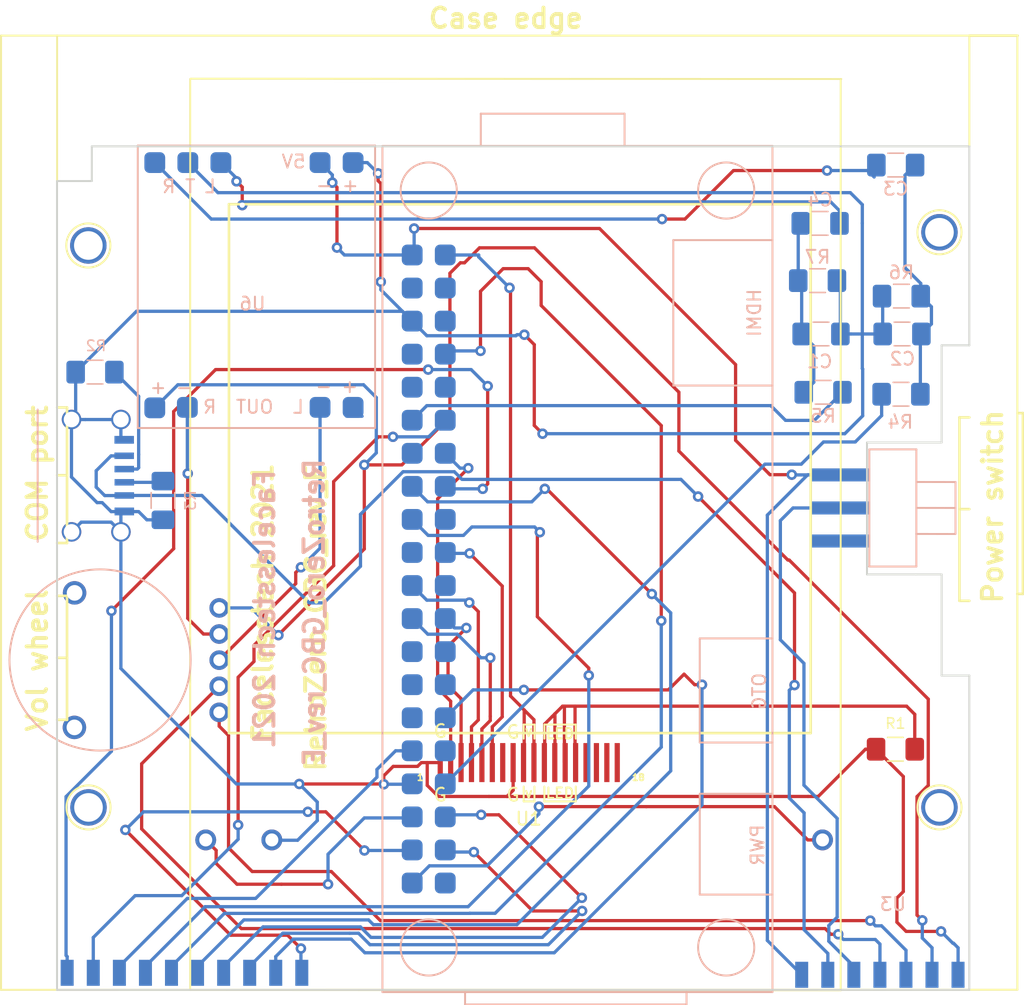
<source format=kicad_pcb>
(kicad_pcb (version 20171130) (host pcbnew 5.1.9+dfsg1-1)

  (general
    (thickness 1.6)
    (drawings 51)
    (tracks 533)
    (zones 0)
    (modules 25)
    (nets 61)
  )

  (page A4)
  (layers
    (0 F.Cu signal)
    (31 B.Cu signal)
    (32 B.Adhes user)
    (33 F.Adhes user)
    (34 B.Paste user)
    (35 F.Paste user)
    (36 B.SilkS user)
    (37 F.SilkS user)
    (38 B.Mask user)
    (39 F.Mask user)
    (40 Dwgs.User user)
    (41 Cmts.User user)
    (42 Eco1.User user)
    (43 Eco2.User user)
    (44 Edge.Cuts user)
    (45 Margin user)
    (46 B.CrtYd user)
    (47 F.CrtYd user)
    (48 B.Fab user)
    (49 F.Fab user)
  )

  (setup
    (last_trace_width 0.25)
    (trace_clearance 0.2)
    (zone_clearance 0.508)
    (zone_45_only no)
    (trace_min 0.2)
    (via_size 0.8)
    (via_drill 0.4)
    (via_min_size 0.4)
    (via_min_drill 0.3)
    (uvia_size 0.3)
    (uvia_drill 0.1)
    (uvias_allowed no)
    (uvia_min_size 0.2)
    (uvia_min_drill 0.1)
    (edge_width 0.15)
    (segment_width 0.15)
    (pcb_text_width 0.3)
    (pcb_text_size 1.5 1.5)
    (mod_edge_width 0.15)
    (mod_text_size 1 1)
    (mod_text_width 0.15)
    (pad_size 1.524 1.524)
    (pad_drill 0.762)
    (pad_to_mask_clearance 0.051)
    (solder_mask_min_width 0.25)
    (aux_axis_origin 0 0)
    (visible_elements FFFFFF7F)
    (pcbplotparams
      (layerselection 0x010f0_ffffffff)
      (usegerberextensions false)
      (usegerberattributes false)
      (usegerberadvancedattributes false)
      (creategerberjobfile false)
      (excludeedgelayer true)
      (linewidth 0.100000)
      (plotframeref false)
      (viasonmask false)
      (mode 1)
      (useauxorigin false)
      (hpglpennumber 1)
      (hpglpenspeed 20)
      (hpglpendiameter 15.000000)
      (psnegative false)
      (psa4output false)
      (plotreference true)
      (plotvalue true)
      (plotinvisibletext false)
      (padsonsilk false)
      (subtractmaskfromsilk false)
      (outputformat 1)
      (mirror false)
      (drillshape 0)
      (scaleselection 1)
      (outputdirectory "gerbers/"))
  )

  (net 0 "")
  (net 1 "Net-(J1-Pad1)")
  (net 2 "Net-(J1-Pad2)")
  (net 3 "Net-(J1-Pad3)")
  (net 4 "Net-(J1-Pad4)")
  (net 5 "Net-(J1-Pad5)")
  (net 6 "Net-(J1-Pad7)")
  (net 7 "Net-(J1-Pad8)")
  (net 8 "Net-(J1-Pad9)")
  (net 9 "Net-(J1-Pad10)")
  (net 10 "Net-(J1-Pad11)")
  (net 11 "Net-(J1-Pad12)")
  (net 12 "Net-(J1-Pad13)")
  (net 13 "Net-(J1-Pad14)")
  (net 14 "Net-(J1-Pad15)")
  (net 15 "Net-(J1-Pad16)")
  (net 16 "Net-(J1-Pad17)")
  (net 17 "Net-(J1-Pad18)")
  (net 18 "Net-(J1-Pad19)")
  (net 19 "Net-(J1-Pad20)")
  (net 20 "Net-(J1-Pad21)")
  (net 21 "Net-(J1-Pad22)")
  (net 22 "Net-(J1-Pad23)")
  (net 23 "Net-(J1-Pad24)")
  (net 24 "Net-(J1-Pad25)")
  (net 25 "Net-(J1-Pad26)")
  (net 26 "Net-(J1-Pad27)")
  (net 27 "Net-(J1-Pad28)")
  (net 28 "Net-(J1-Pad29)")
  (net 29 "Net-(J1-Pad30)")
  (net 30 "Net-(J1-Pad31)")
  (net 31 "Net-(J1-Pad32)")
  (net 32 "Net-(J1-Pad33)")
  (net 33 "Net-(J1-Pad35)")
  (net 34 "Net-(J1-Pad36)")
  (net 35 "Net-(J1-Pad37)")
  (net 36 "Net-(J1-Pad38)")
  (net 37 "Net-(J1-Pad39)")
  (net 38 "Net-(J1-Pad40)")
  (net 39 "Net-(U1-Pad7)")
  (net 40 "Net-(U1-Pad15)")
  (net 41 "Net-(U1-Pad16)")
  (net 42 "Net-(U1-Pad17)")
  (net 43 "Net-(U1-Pad18)")
  (net 44 "Net-(SW1-Pad1)")
  (net 45 "Net-(R1-Pad2)")
  (net 46 "Net-(R2-Pad2)")
  (net 47 "Net-(R3-Pad2)")
  (net 48 "Net-(U3-Pad3)")
  (net 49 "Net-(U3-Pad2)")
  (net 50 "Net-(C1-Pad1)")
  (net 51 "Net-(C1-Pad2)")
  (net 52 "Net-(C2-Pad1)")
  (net 53 "Net-(C3-Pad1)")
  (net 54 "Net-(U4-Pad2)")
  (net 55 "Net-(U4-Pad3)")
  (net 56 "Net-(U3-Pad4)")
  (net 57 "Net-(U3-Pad6)")
  (net 58 "Net-(U6-Pad9)")
  (net 59 "Net-(SW1-Pad2)")
  (net 60 "Net-(C4-Pad1)")

  (net_class Default "This is the default net class."
    (clearance 0.2)
    (trace_width 0.25)
    (via_dia 0.8)
    (via_drill 0.4)
    (uvia_dia 0.3)
    (uvia_drill 0.1)
    (add_net "Net-(C1-Pad1)")
    (add_net "Net-(C1-Pad2)")
    (add_net "Net-(C2-Pad1)")
    (add_net "Net-(C3-Pad1)")
    (add_net "Net-(C4-Pad1)")
    (add_net "Net-(J1-Pad1)")
    (add_net "Net-(J1-Pad10)")
    (add_net "Net-(J1-Pad11)")
    (add_net "Net-(J1-Pad12)")
    (add_net "Net-(J1-Pad13)")
    (add_net "Net-(J1-Pad14)")
    (add_net "Net-(J1-Pad15)")
    (add_net "Net-(J1-Pad16)")
    (add_net "Net-(J1-Pad17)")
    (add_net "Net-(J1-Pad18)")
    (add_net "Net-(J1-Pad19)")
    (add_net "Net-(J1-Pad2)")
    (add_net "Net-(J1-Pad20)")
    (add_net "Net-(J1-Pad21)")
    (add_net "Net-(J1-Pad22)")
    (add_net "Net-(J1-Pad23)")
    (add_net "Net-(J1-Pad24)")
    (add_net "Net-(J1-Pad25)")
    (add_net "Net-(J1-Pad26)")
    (add_net "Net-(J1-Pad27)")
    (add_net "Net-(J1-Pad28)")
    (add_net "Net-(J1-Pad29)")
    (add_net "Net-(J1-Pad3)")
    (add_net "Net-(J1-Pad30)")
    (add_net "Net-(J1-Pad31)")
    (add_net "Net-(J1-Pad32)")
    (add_net "Net-(J1-Pad33)")
    (add_net "Net-(J1-Pad35)")
    (add_net "Net-(J1-Pad36)")
    (add_net "Net-(J1-Pad37)")
    (add_net "Net-(J1-Pad38)")
    (add_net "Net-(J1-Pad39)")
    (add_net "Net-(J1-Pad4)")
    (add_net "Net-(J1-Pad40)")
    (add_net "Net-(J1-Pad5)")
    (add_net "Net-(J1-Pad7)")
    (add_net "Net-(J1-Pad8)")
    (add_net "Net-(J1-Pad9)")
    (add_net "Net-(R1-Pad2)")
    (add_net "Net-(R2-Pad2)")
    (add_net "Net-(R3-Pad2)")
    (add_net "Net-(SW1-Pad1)")
    (add_net "Net-(SW1-Pad2)")
    (add_net "Net-(U1-Pad15)")
    (add_net "Net-(U1-Pad16)")
    (add_net "Net-(U1-Pad17)")
    (add_net "Net-(U1-Pad18)")
    (add_net "Net-(U1-Pad7)")
    (add_net "Net-(U3-Pad2)")
    (add_net "Net-(U3-Pad3)")
    (add_net "Net-(U3-Pad4)")
    (add_net "Net-(U3-Pad6)")
    (add_net "Net-(U4-Pad2)")
    (add_net "Net-(U4-Pad3)")
    (add_net "Net-(U6-Pad9)")
  )

  (module screens:2.8_screen_ribbon_breakout (layer F.Cu) (tedit 6166A4E0) (tstamp 6166B404)
    (at 87.3506 103.4796)
    (path /5EFDFDD1)
    (fp_text reference U1 (at 0 2.794) (layer F.SilkS)
      (effects (font (size 1 1) (thickness 0.15)))
    )
    (fp_text value 2.4_screen_ribbon (at 0 -5.715) (layer F.Fab) hide
      (effects (font (size 1 1) (thickness 0.15)))
    )
    (fp_line (start -25.9842 -54.0766) (end 24.02332 -54.0512) (layer F.SilkS) (width 0.15))
    (fp_line (start -26.0096 15.9512) (end 23.99792 15.9766) (layer F.SilkS) (width 0.15))
    (fp_line (start 23.9776 15.9512) (end 23.9776 -54.0512) (layer F.SilkS) (width 0.15))
    (fp_line (start -26.0096 15.9512) (end -26.0096 -54.0512) (layer F.SilkS) (width 0.15))
    (fp_line (start 3.6195 1.4605) (end 3.6195 0.3175) (layer F.SilkS) (width 0.15))
    (fp_line (start 1.2065 1.4605) (end 3.6195 1.4605) (layer F.SilkS) (width 0.15))
    (fp_line (start 1.2065 0.3175) (end 1.2065 1.4605) (layer F.SilkS) (width 0.15))
    (fp_line (start 3.6195 -4.445) (end 1.2065 -4.445) (layer F.SilkS) (width 0.15))
    (fp_line (start 3.6195 -3.3655) (end 3.6195 -4.445) (layer F.SilkS) (width 0.15))
    (fp_line (start -0.381 -4.445) (end -0.381 -3.3655) (layer F.SilkS) (width 0.15))
    (fp_line (start 0.4445 -3.3655) (end 0.4445 -4.445) (layer F.SilkS) (width 0.15))
    (fp_line (start 0.4445 -4.445) (end -0.381 -4.445) (layer F.SilkS) (width 0.15))
    (fp_line (start 1.2065 -3.3655) (end 1.2065 -4.445) (layer F.SilkS) (width 0.15))
    (fp_line (start -0.381 1.4605) (end -0.381 0.3175) (layer F.SilkS) (width 0.15))
    (fp_line (start 0.4445 1.4605) (end -0.381 1.4605) (layer F.SilkS) (width 0.15))
    (fp_line (start 0.4445 0.3175) (end 0.4445 1.4605) (layer F.SilkS) (width 0.15))
    (fp_text user 1 (at -8.3312 -0.381) (layer F.SilkS)
      (effects (font (size 0.5 0.5) (thickness 0.125)))
    )
    (fp_text user 18 (at 8.4328 -0.381) (layer F.SilkS)
      (effects (font (size 0.5 0.5) (thickness 0.125)))
    )
    (fp_text user v (at 0 -3.937 180) (layer F.SilkS)
      (effects (font (size 0.8 0.8) (thickness 0.15)))
    )
    (fp_text user LED (at 2.413 -3.7465 180) (layer F.SilkS)
      (effects (font (size 0.8 0.8) (thickness 0.15)))
    )
    (fp_text user LED (at 2.413 0.8255) (layer F.SilkS)
      (effects (font (size 0.8 0.8) (thickness 0.15)))
    )
    (fp_text user v (at 0 0.8255) (layer F.SilkS)
      (effects (font (size 0.8 0.8) (thickness 0.15)))
    )
    (fp_text user G (at -1.2065 -3.8735) (layer F.SilkS)
      (effects (font (size 1 1) (thickness 0.15)))
    )
    (fp_text user G (at -1.2065 0.9525) (layer F.SilkS)
      (effects (font (size 1 1) (thickness 0.15)))
    )
    (fp_text user G (at -6.7945 -3.937) (layer F.SilkS)
      (effects (font (size 1 1) (thickness 0.15)))
    )
    (fp_text user G (at -6.7945 0.9525) (layer F.SilkS)
      (effects (font (size 1 1) (thickness 0.15)))
    )
    (pad 1 smd rect (at -6.7945 -1.524) (size 0.4 3) (layers F.Cu F.Paste F.Mask)
      (net 50 "Net-(C1-Pad1)"))
    (pad 2 smd rect (at -5.9944 -1.524) (size 0.4 3) (layers F.Cu F.Paste F.Mask)
      (net 12 "Net-(J1-Pad13)"))
    (pad 3 smd rect (at -5.1943 -1.524) (size 0.4 3) (layers F.Cu F.Paste F.Mask)
      (net 22 "Net-(J1-Pad23)"))
    (pad 4 smd rect (at -4.3942 -1.524) (size 0.4 3) (layers F.Cu F.Paste F.Mask)
      (net 21 "Net-(J1-Pad22)"))
    (pad 5 smd rect (at -3.5941 -1.524) (size 0.4 3) (layers F.Cu F.Paste F.Mask)
      (net 23 "Net-(J1-Pad24)"))
    (pad 6 smd rect (at -2.794 -1.524) (size 0.4 3) (layers F.Cu F.Paste F.Mask)
      (net 18 "Net-(J1-Pad19)"))
    (pad 7 smd rect (at -1.9939 -1.524) (size 0.4 3) (layers F.Cu F.Paste F.Mask)
      (net 39 "Net-(U1-Pad7)"))
    (pad 8 smd rect (at -1.1938 -1.524) (size 0.4 3) (layers F.Cu F.Paste F.Mask)
      (net 50 "Net-(C1-Pad1)"))
    (pad 9 smd rect (at -0.3937 -1.524) (size 0.4 3) (layers F.Cu F.Paste F.Mask)
      (net 1 "Net-(J1-Pad1)"))
    (pad 10 smd rect (at 0.4064 -1.524) (size 0.4 3) (layers F.Cu F.Paste F.Mask)
      (net 1 "Net-(J1-Pad1)"))
    (pad 11 smd rect (at 1.2065 -1.524) (size 0.4 3) (layers F.Cu F.Paste F.Mask)
      (net 45 "Net-(R1-Pad2)"))
    (pad 12 smd rect (at 2.0066 -1.524) (size 0.4 3) (layers F.Cu F.Paste F.Mask)
      (net 45 "Net-(R1-Pad2)"))
    (pad 13 smd rect (at 2.8067 -1.524) (size 0.4 3) (layers F.Cu F.Paste F.Mask)
      (net 45 "Net-(R1-Pad2)"))
    (pad 14 smd rect (at 3.6068 -1.524) (size 0.4 3) (layers F.Cu F.Paste F.Mask)
      (net 45 "Net-(R1-Pad2)"))
    (pad 15 smd rect (at 4.4069 -1.524) (size 0.4 3) (layers F.Cu F.Paste F.Mask)
      (net 40 "Net-(U1-Pad15)"))
    (pad 16 smd rect (at 5.207 -1.524) (size 0.4 3) (layers F.Cu F.Paste F.Mask)
      (net 41 "Net-(U1-Pad16)"))
    (pad 17 smd rect (at 6.0071 -1.524) (size 0.4 3) (layers F.Cu F.Paste F.Mask)
      (net 42 "Net-(U1-Pad17)"))
    (pad 18 smd rect (at 6.8072 -1.524) (size 0.4 3) (layers F.Cu F.Paste F.Mask)
      (net 43 "Net-(U1-Pad18)"))
  )

  (module Sound_stuff_custom:PAM8403_custom_smd (layer B.Cu) (tedit 5D4EDD69) (tstamp 60E221E6)
    (at 58.62 55.85)
    (path /60D5D65D)
    (fp_text reference U6 (at 7.5057 10.8458) (layer B.SilkS)
      (effects (font (size 1 1) (thickness 0.15)) (justify mirror))
    )
    (fp_text value pam8403 (at 8.3312 13.7414) (layer B.Fab)
      (effects (font (size 1 1) (thickness 0.15)) (justify mirror))
    )
    (fp_line (start 16.9291 -1.3081) (end -1.3081 -1.3081) (layer B.SilkS) (width 0.15))
    (fp_line (start 16.9291 20.3962) (end 16.9291 -1.3081) (layer B.SilkS) (width 0.15))
    (fp_line (start -1.3081 20.3962) (end 16.9291 20.3962) (layer B.SilkS) (width 0.15))
    (fp_line (start -1.3081 -1.3081) (end -1.3081 20.3962) (layer B.SilkS) (width 0.15))
    (fp_text user "L T R" (at 2.6289 1.8288) (layer B.SilkS)
      (effects (font (size 1 1) (thickness 0.15)) (justify mirror))
    )
    (fp_text user "+ -" (at 14.0208 1.7399) (layer B.SilkS)
      (effects (font (size 1 1) (thickness 0.15)) (justify mirror))
    )
    (fp_text user "L  OUT  R" (at 7.5819 18.7706) (layer B.SilkS)
      (effects (font (size 1 1) (thickness 0.15)) (justify mirror))
    )
    (fp_text user "- +" (at 1.2573 17.2593) (layer B.SilkS)
      (effects (font (size 1 1) (thickness 0.15)) (justify mirror))
    )
    (fp_text user "+ -" (at 13.9827 17.1831) (layer B.SilkS)
      (effects (font (size 1 1) (thickness 0.15)) (justify mirror))
    )
    (fp_text user 5V (at 10.668 -0.0762) (layer B.SilkS)
      (effects (font (size 1 1) (thickness 0.15)) (justify mirror))
    )
    (pad 1 smd roundrect (at 0 0) (size 1.6 1.6) (layers B.Cu B.Paste B.Mask) (roundrect_rratio 0.25)
      (net 53 "Net-(C3-Pad1)"))
    (pad 2 smd roundrect (at 2.54 0) (size 1.6 1.6) (layers B.Cu B.Paste B.Mask) (roundrect_rratio 0.25)
      (net 50 "Net-(C1-Pad1)"))
    (pad 3 smd roundrect (at 5.08 0) (size 1.6 1.6) (layers B.Cu B.Paste B.Mask) (roundrect_rratio 0.25)
      (net 60 "Net-(C4-Pad1)"))
    (pad 4 smd roundrect (at 12.7 0) (size 1.6 1.6) (layers B.Cu B.Paste B.Mask) (roundrect_rratio 0.25)
      (net 2 "Net-(J1-Pad2)"))
    (pad 5 smd roundrect (at 15.24 0) (size 1.6 1.6) (layers B.Cu B.Paste B.Mask) (roundrect_rratio 0.25)
      (net 50 "Net-(C1-Pad1)"))
    (pad 6 smd roundrect (at 0 18.8468) (size 1.6 1.6) (layers B.Cu B.Paste B.Mask) (roundrect_rratio 0.25)
      (net 49 "Net-(U3-Pad2)"))
    (pad 7 smd roundrect (at 2.5019 18.8087) (size 1.6 1.6) (layers B.Cu B.Paste B.Mask) (roundrect_rratio 0.25)
      (net 54 "Net-(U4-Pad2)"))
    (pad 8 smd roundrect (at 12.7 18.8087) (size 1.6 1.6) (layers B.Cu B.Paste B.Mask) (roundrect_rratio 0.25)
      (net 55 "Net-(U4-Pad3)"))
    (pad 9 smd roundrect (at 15.24 18.8087) (size 1.6 1.6) (layers B.Cu B.Paste B.Mask) (roundrect_rratio 0.25)
      (net 58 "Net-(U6-Pad9)"))
  )

  (module raspberry_pi_gpio_custom:raspberry_pi_gpio_SMD_outline_under_holes (layer B.Cu) (tedit 5F1F2CED) (tstamp 6166AF6E)
    (at 79.67 87.08 90)
    (path /5EFDFCCA)
    (fp_text reference J1 (at -0.254 -8.382 90) (layer B.SilkS) hide
      (effects (font (size 1 1) (thickness 0.15)) (justify mirror))
    )
    (fp_text value Raspberry_Pi_2_3 (at 0 10.922 90) (layer B.Fab) hide
      (effects (font (size 1 1) (thickness 0.15)) (justify mirror))
    )
    (fp_line (start -33.4645 2.794) (end -32.512 2.794) (layer B.SilkS) (width 0.15))
    (fp_line (start -33.4645 19.812) (end -32.512 19.812) (layer B.SilkS) (width 0.15))
    (fp_line (start -33.4645 2.794) (end -33.4645 19.812) (layer B.SilkS) (width 0.15))
    (fp_line (start 34.9885 15.0495) (end 32.512 15.0495) (layer B.SilkS) (width 0.15))
    (fp_line (start 34.9885 4.0005) (end 32.512 4.0005) (layer B.SilkS) (width 0.15))
    (fp_line (start 34.9885 15.0495) (end 34.9885 4.0005) (layer B.SilkS) (width 0.15))
    (fp_circle (center -29.083 22.86) (end -26.924 22.86) (layer B.SilkS) (width 0.15))
    (fp_circle (center -29.083 0) (end -26.924 0) (layer B.SilkS) (width 0.15))
    (fp_circle (center 29.083 0) (end 31.242 0) (layer B.SilkS) (width 0.15))
    (fp_circle (center 29.083 22.86) (end 31.242 22.86) (layer B.SilkS) (width 0.15))
    (fp_line (start -13.335 20.828) (end -13.335 26.416) (layer B.SilkS) (width 0.15))
    (fp_line (start -5.334 20.828) (end -13.335 20.828) (layer B.SilkS) (width 0.15))
    (fp_line (start -5.334 26.416) (end -5.334 20.828) (layer B.SilkS) (width 0.15))
    (fp_line (start -25.019 20.828) (end -25.019 26.416) (layer B.SilkS) (width 0.15))
    (fp_line (start -17.272 20.828) (end -25.019 20.828) (layer B.SilkS) (width 0.15))
    (fp_line (start -17.272 26.416) (end -17.272 20.828) (layer B.SilkS) (width 0.15))
    (fp_line (start 25.273 18.796) (end 25.273 26.416) (layer B.SilkS) (width 0.15))
    (fp_line (start 14.097 18.796) (end 25.273 18.796) (layer B.SilkS) (width 0.15))
    (fp_line (start 14.097 26.416) (end 14.097 18.796) (layer B.SilkS) (width 0.15))
    (fp_line (start 32.512 26.416) (end -32.512 26.416) (layer B.SilkS) (width 0.15))
    (fp_line (start 32.512 -3.556) (end 32.512 26.416) (layer B.SilkS) (width 0.15))
    (fp_line (start 32.512 -3.556) (end 25.146 -3.556) (layer B.SilkS) (width 0.15))
    (fp_line (start -32.512 -3.556) (end -32.512 26.416) (layer B.SilkS) (width 0.15))
    (fp_line (start -32.512 -3.556) (end -25.146 -3.556) (layer B.SilkS) (width 0.15))
    (fp_line (start -25.146 -3.556) (end 25.146 -3.556) (layer B.SilkS) (width 0.15))
    (fp_text user HDMI (at 19.685 25.019 90) (layer B.SilkS)
      (effects (font (size 1 1) (thickness 0.15)) (justify mirror))
    )
    (fp_text user OTG (at -9.398 25.4 90) (layer B.SilkS)
      (effects (font (size 1 1) (thickness 0.15)) (justify mirror))
    )
    (fp_text user PWR (at -21.209 25.273 90) (layer B.SilkS)
      (effects (font (size 1 1) (thickness 0.15)) (justify mirror))
    )
    (pad 1 smd roundrect (at 24.13 1.27 270) (size 1.6 1.6) (layers B.Cu B.Paste B.Mask) (roundrect_rratio 0.25)
      (net 1 "Net-(J1-Pad1)"))
    (pad 2 smd roundrect (at 24.13 -1.27 270) (size 1.6 1.6) (layers B.Cu B.Paste B.Mask) (roundrect_rratio 0.25)
      (net 2 "Net-(J1-Pad2)"))
    (pad 3 smd roundrect (at 21.59 1.27 270) (size 1.6 1.6) (layers B.Cu B.Paste B.Mask) (roundrect_rratio 0.25)
      (net 3 "Net-(J1-Pad3)"))
    (pad 4 smd roundrect (at 21.59 -1.27 270) (size 1.6 1.6) (layers B.Cu B.Paste B.Mask) (roundrect_rratio 0.25)
      (net 4 "Net-(J1-Pad4)"))
    (pad 5 smd roundrect (at 19.05 1.27 270) (size 1.6 1.6) (layers B.Cu B.Paste B.Mask) (roundrect_rratio 0.25)
      (net 5 "Net-(J1-Pad5)"))
    (pad 6 smd roundrect (at 19.05 -1.27 270) (size 1.6 1.6) (layers B.Cu B.Paste B.Mask) (roundrect_rratio 0.25)
      (net 50 "Net-(C1-Pad1)"))
    (pad 7 smd roundrect (at 16.51 1.27 270) (size 1.6 1.6) (layers B.Cu B.Paste B.Mask) (roundrect_rratio 0.25)
      (net 6 "Net-(J1-Pad7)"))
    (pad 8 smd roundrect (at 16.51 -1.27 270) (size 1.6 1.6) (layers B.Cu B.Paste B.Mask) (roundrect_rratio 0.25)
      (net 7 "Net-(J1-Pad8)"))
    (pad 9 smd roundrect (at 13.97 1.27 270) (size 1.6 1.6) (layers B.Cu B.Paste B.Mask) (roundrect_rratio 0.25)
      (net 8 "Net-(J1-Pad9)"))
    (pad 10 smd roundrect (at 13.97 -1.27 270) (size 1.6 1.6) (layers B.Cu B.Paste B.Mask) (roundrect_rratio 0.25)
      (net 9 "Net-(J1-Pad10)"))
    (pad 11 smd roundrect (at 11.43 1.27 270) (size 1.6 1.6) (layers B.Cu B.Paste B.Mask) (roundrect_rratio 0.25)
      (net 10 "Net-(J1-Pad11)"))
    (pad 12 smd roundrect (at 11.43 -1.27 270) (size 1.6 1.6) (layers B.Cu B.Paste B.Mask) (roundrect_rratio 0.25)
      (net 11 "Net-(J1-Pad12)"))
    (pad 13 smd roundrect (at 8.89 1.27 270) (size 1.6 1.6) (layers B.Cu B.Paste B.Mask) (roundrect_rratio 0.25)
      (net 12 "Net-(J1-Pad13)"))
    (pad 14 smd roundrect (at 8.89 -1.27 270) (size 1.6 1.6) (layers B.Cu B.Paste B.Mask) (roundrect_rratio 0.25)
      (net 13 "Net-(J1-Pad14)"))
    (pad 15 smd roundrect (at 6.35 1.27 270) (size 1.6 1.6) (layers B.Cu B.Paste B.Mask) (roundrect_rratio 0.25)
      (net 14 "Net-(J1-Pad15)"))
    (pad 16 smd roundrect (at 6.35 -1.27 270) (size 1.6 1.6) (layers B.Cu B.Paste B.Mask) (roundrect_rratio 0.25)
      (net 15 "Net-(J1-Pad16)"))
    (pad 17 smd roundrect (at 3.81 1.27 270) (size 1.6 1.6) (layers B.Cu B.Paste B.Mask) (roundrect_rratio 0.25)
      (net 16 "Net-(J1-Pad17)"))
    (pad 18 smd roundrect (at 3.81 -1.27 270) (size 1.6 1.6) (layers B.Cu B.Paste B.Mask) (roundrect_rratio 0.25)
      (net 17 "Net-(J1-Pad18)"))
    (pad 19 smd roundrect (at 1.27 1.27 270) (size 1.6 1.6) (layers B.Cu B.Paste B.Mask) (roundrect_rratio 0.25)
      (net 18 "Net-(J1-Pad19)"))
    (pad 20 smd roundrect (at 1.27 -1.27 270) (size 1.6 1.6) (layers B.Cu B.Paste B.Mask) (roundrect_rratio 0.25)
      (net 19 "Net-(J1-Pad20)"))
    (pad 21 smd roundrect (at -1.27 1.27 270) (size 1.6 1.6) (layers B.Cu B.Paste B.Mask) (roundrect_rratio 0.25)
      (net 20 "Net-(J1-Pad21)"))
    (pad 22 smd roundrect (at -1.27 -1.27 270) (size 1.6 1.6) (layers B.Cu B.Paste B.Mask) (roundrect_rratio 0.25)
      (net 21 "Net-(J1-Pad22)"))
    (pad 23 smd roundrect (at -3.81 1.27 270) (size 1.6 1.6) (layers B.Cu B.Paste B.Mask) (roundrect_rratio 0.25)
      (net 22 "Net-(J1-Pad23)"))
    (pad 24 smd roundrect (at -3.81 -1.27 270) (size 1.6 1.6) (layers B.Cu B.Paste B.Mask) (roundrect_rratio 0.25)
      (net 23 "Net-(J1-Pad24)"))
    (pad 25 smd roundrect (at -6.35 1.27 270) (size 1.6 1.6) (layers B.Cu B.Paste B.Mask) (roundrect_rratio 0.25)
      (net 24 "Net-(J1-Pad25)"))
    (pad 26 smd roundrect (at -6.35 -1.27 270) (size 1.6 1.6) (layers B.Cu B.Paste B.Mask) (roundrect_rratio 0.25)
      (net 25 "Net-(J1-Pad26)"))
    (pad 27 smd roundrect (at -8.89 1.27 270) (size 1.6 1.6) (layers B.Cu B.Paste B.Mask) (roundrect_rratio 0.25)
      (net 26 "Net-(J1-Pad27)"))
    (pad 28 smd roundrect (at -8.89 -1.27 270) (size 1.6 1.6) (layers B.Cu B.Paste B.Mask) (roundrect_rratio 0.25)
      (net 27 "Net-(J1-Pad28)"))
    (pad 29 smd roundrect (at -11.43 1.27 270) (size 1.6 1.6) (layers B.Cu B.Paste B.Mask) (roundrect_rratio 0.25)
      (net 28 "Net-(J1-Pad29)"))
    (pad 30 smd roundrect (at -11.43 -1.27 270) (size 1.6 1.6) (layers B.Cu B.Paste B.Mask) (roundrect_rratio 0.25)
      (net 29 "Net-(J1-Pad30)"))
    (pad 31 smd roundrect (at -13.97 1.27 270) (size 1.6 1.6) (layers B.Cu B.Paste B.Mask) (roundrect_rratio 0.25)
      (net 30 "Net-(J1-Pad31)"))
    (pad 32 smd roundrect (at -13.97 -1.27 270) (size 1.6 1.6) (layers B.Cu B.Paste B.Mask) (roundrect_rratio 0.25)
      (net 31 "Net-(J1-Pad32)"))
    (pad 33 smd roundrect (at -16.51 1.27 270) (size 1.6 1.6) (layers B.Cu B.Paste B.Mask) (roundrect_rratio 0.25)
      (net 32 "Net-(J1-Pad33)"))
    (pad 34 smd roundrect (at -16.51 -1.27 270) (size 1.6 1.6) (layers B.Cu B.Paste B.Mask) (roundrect_rratio 0.25)
      (net 50 "Net-(C1-Pad1)"))
    (pad 35 smd roundrect (at -19.05 1.27 270) (size 1.6 1.6) (layers B.Cu B.Paste B.Mask) (roundrect_rratio 0.25)
      (net 33 "Net-(J1-Pad35)"))
    (pad 36 smd roundrect (at -19.05 -1.27 270) (size 1.6 1.6) (layers B.Cu B.Paste B.Mask) (roundrect_rratio 0.25)
      (net 34 "Net-(J1-Pad36)"))
    (pad 37 smd roundrect (at -21.59 1.27 270) (size 1.6 1.6) (layers B.Cu B.Paste B.Mask) (roundrect_rratio 0.25)
      (net 35 "Net-(J1-Pad37)"))
    (pad 38 smd roundrect (at -21.59 -1.27 270) (size 1.6 1.6) (layers B.Cu B.Paste B.Mask) (roundrect_rratio 0.25)
      (net 36 "Net-(J1-Pad38)"))
    (pad 39 smd roundrect (at -24.13 1.27 270) (size 1.6 1.6) (layers B.Cu B.Paste B.Mask) (roundrect_rratio 0.25)
      (net 37 "Net-(J1-Pad39)"))
    (pad 40 smd roundrect (at -24.13 -1.27 270) (size 1.6 1.6) (layers B.Cu B.Paste B.Mask) (roundrect_rratio 0.25)
      (net 38 "Net-(J1-Pad40)"))
  )

  (module Resistor_SMD:R_1206_3216Metric_Pad1.42x1.75mm_HandSolder (layer B.Cu) (tedit 5F1F2D1E) (tstamp 5F274FD2)
    (at 54.0275 71.95)
    (descr "Resistor SMD 1206 (3216 Metric), square (rectangular) end terminal, IPC_7351 nominal with elongated pad for handsoldering. (Body size source: http://www.tortai-tech.com/upload/download/2011102023233369053.pdf), generated with kicad-footprint-generator")
    (tags "resistor handsolder")
    (path /5F1D1159)
    (attr smd)
    (fp_text reference R2 (at 0 1.82) (layer B.SilkS) hide
      (effects (font (size 1 1) (thickness 0.15)) (justify mirror))
    )
    (fp_text value R (at 0 -1.82) (layer B.Fab) hide
      (effects (font (size 1 1) (thickness 0.15)) (justify mirror))
    )
    (fp_line (start 2.45 -1.12) (end -2.45 -1.12) (layer B.CrtYd) (width 0.05))
    (fp_line (start 2.45 1.12) (end 2.45 -1.12) (layer B.CrtYd) (width 0.05))
    (fp_line (start -2.45 1.12) (end 2.45 1.12) (layer B.CrtYd) (width 0.05))
    (fp_line (start -2.45 -1.12) (end -2.45 1.12) (layer B.CrtYd) (width 0.05))
    (fp_line (start -0.602064 -0.91) (end 0.602064 -0.91) (layer B.SilkS) (width 0.12))
    (fp_line (start -0.602064 0.91) (end 0.602064 0.91) (layer B.SilkS) (width 0.12))
    (fp_line (start 1.6 -0.8) (end -1.6 -0.8) (layer B.Fab) (width 0.1))
    (fp_line (start 1.6 0.8) (end 1.6 -0.8) (layer B.Fab) (width 0.1))
    (fp_line (start -1.6 0.8) (end 1.6 0.8) (layer B.Fab) (width 0.1))
    (fp_line (start -1.6 -0.8) (end -1.6 0.8) (layer B.Fab) (width 0.1))
    (fp_text user %R (at 0.0745 -2.0238) (layer B.SilkS)
      (effects (font (size 0.8 0.8) (thickness 0.12)) (justify mirror))
    )
    (pad 1 smd roundrect (at -1.4875 0) (size 1.425 1.75) (layers B.Cu B.Paste B.Mask) (roundrect_rratio 0.1754385964912281)
      (net 50 "Net-(C1-Pad1)"))
    (pad 2 smd roundrect (at 1.4875 0) (size 1.425 1.75) (layers B.Cu B.Paste B.Mask) (roundrect_rratio 0.1754385964912281)
      (net 46 "Net-(R2-Pad2)"))
    (model ${KISYS3DMOD}/Resistor_SMD.3dshapes/R_1206_3216Metric.wrl
      (at (xyz 0 0 0))
      (scale (xyz 1 1 1))
      (rotate (xyz 0 0 0))
    )
  )

  (module m3_hole_custom:GBC_mounting_holes (layer F.Cu) (tedit 5F1F2CAF) (tstamp 60E62BBC)
    (at 53.53898 105.40422)
    (fp_text reference REF** (at 0.00508 -2.73558) (layer F.SilkS) hide
      (effects (font (size 1 1) (thickness 0.15)))
    )
    (fp_text value GBC_mounting_holes (at -0.01524 -4.37896) (layer F.Fab) hide
      (effects (font (size 1 1) (thickness 0.15)))
    )
    (fp_circle (center -0.0127 -0.00254) (end 1.68402 0.00508) (layer F.SilkS) (width 0.15))
    (pad 1 thru_hole circle (at -0.0127 -0.00254) (size 2.8 2.8) (drill 2.2) (layers *.Cu *.Mask))
  )

  (module m3_hole_custom:GBC_mounting_holes (layer F.Cu) (tedit 5F1F2D6F) (tstamp 5CD4088C)
    (at 118.93128 61.20568)
    (fp_text reference REF** (at 0.00508 -2.73558) (layer F.SilkS) hide
      (effects (font (size 1 1) (thickness 0.15)))
    )
    (fp_text value GBC_mounting_holes (at -0.01524 -4.37896) (layer F.Fab) hide
      (effects (font (size 1 1) (thickness 0.15)))
    )
    (fp_circle (center -0.0127 -0.00254) (end 1.68402 0.00508) (layer F.SilkS) (width 0.15))
    (pad 1 thru_hole circle (at -0.0127 -0.00254) (size 2.8 2.8) (drill 2.2) (layers *.Cu *.Mask))
  )

  (module m3_hole_custom:GBC_mounting_holes (layer F.Cu) (tedit 5F1F2CC2) (tstamp 5CD4092C)
    (at 53.52628 62.22168)
    (fp_text reference REF** (at 0.00508 -2.73558) (layer F.SilkS) hide
      (effects (font (size 1 1) (thickness 0.15)))
    )
    (fp_text value GBC_mounting_holes (at -0.01524 -4.37896) (layer F.Fab) hide
      (effects (font (size 1 1) (thickness 0.15)))
    )
    (fp_circle (center -0.0127 -0.00254) (end 1.68402 0.00508) (layer F.SilkS) (width 0.15))
    (pad 1 thru_hole circle (at -0.0127 -0.00254) (size 2.8 2.8) (drill 2.2) (layers *.Cu *.Mask))
  )

  (module m3_hole_custom:GBC_mounting_holes (layer F.Cu) (tedit 5F1F2BE8) (tstamp 60E63278)
    (at 118.93128 105.40168)
    (fp_text reference REF** (at 0.00508 -2.73558) (layer F.SilkS) hide
      (effects (font (size 1 1) (thickness 0.15)))
    )
    (fp_text value GBC_mounting_holes (at -0.01524 -4.37896) (layer F.Fab) hide
      (effects (font (size 1 1) (thickness 0.15)))
    )
    (fp_circle (center -0.0127 -0.00254) (end 1.68402 0.00508) (layer F.SilkS) (width 0.15))
    (pad 1 thru_hole circle (at -0.0127 -0.00254) (size 2.8 2.8) (drill 2.2) (layers *.Cu *.Mask))
  )

  (module buttons_custom:3_pin_switch_smd_side_mount (layer B.Cu) (tedit 5F1F2CDA) (tstamp 5F2E3B5D)
    (at 111.2808 82.38928 90)
    (path /5F15D3D6)
    (fp_text reference SW1 (at 0.9398 -16.06296 90) (layer B.SilkS) hide
      (effects (font (size 1 1) (thickness 0.15)) (justify mirror))
    )
    (fp_text value SW_Push_SPDT (at -0.127 -11.59256 90) (layer B.Fab) hide
      (effects (font (size 1 1) (thickness 0.15)) (justify mirror))
    )
    (fp_line (start 0.00508 5.8674) (end 0 8.86968) (layer B.SilkS) (width 0.15))
    (fp_line (start 1.99136 8.86968) (end -1.99644 8.86968) (layer B.SilkS) (width 0.15))
    (fp_line (start 1.99644 5.87248) (end 1.99136 8.87476) (layer B.SilkS) (width 0.15))
    (fp_line (start -1.99644 5.85216) (end -2.00152 8.85444) (layer B.SilkS) (width 0.15))
    (fp_line (start 4.50088 5.86232) (end -4.50596 5.86232) (layer B.SilkS) (width 0.15))
    (fp_line (start 4.50088 2.25044) (end -4.50596 2.25044) (layer B.SilkS) (width 0.15))
    (fp_line (start 4.50088 5.86232) (end 4.50088 2.25044) (layer B.SilkS) (width 0.15))
    (fp_line (start -4.50088 2.24028) (end -4.50088 2.25044) (layer B.SilkS) (width 0.15))
    (fp_line (start -4.50088 5.85216) (end -4.50088 2.24028) (layer B.SilkS) (width 0.15))
    (pad 2 smd rect (at 0 0 90) (size 1 4.5) (layers B.Cu B.Paste B.Mask)
      (net 59 "Net-(SW1-Pad2)"))
    (pad 3 smd rect (at 2.54 0 90) (size 1 4.5) (layers B.Cu B.Paste B.Mask)
      (net 2 "Net-(J1-Pad2)"))
    (pad 1 smd rect (at -2.54 0 90) (size 1 4.5) (layers B.Cu B.Paste B.Mask)
      (net 44 "Net-(SW1-Pad1)"))
  )

  (module Resistor_SMD:R_1206_3216Metric_Pad1.42x1.75mm_HandSolder (layer F.Cu) (tedit 5F1F2D26) (tstamp 60E24600)
    (at 115.5325 100.93)
    (descr "Resistor SMD 1206 (3216 Metric), square (rectangular) end terminal, IPC_7351 nominal with elongated pad for handsoldering. (Body size source: http://www.tortai-tech.com/upload/download/2011102023233369053.pdf), generated with kicad-footprint-generator")
    (tags "resistor handsolder")
    (path /5F15D455)
    (attr smd)
    (fp_text reference R1 (at 0 -1.82) (layer F.SilkS) hide
      (effects (font (size 1 1) (thickness 0.15)))
    )
    (fp_text value R (at 0 1.82) (layer F.Fab) hide
      (effects (font (size 1 1) (thickness 0.15)))
    )
    (fp_line (start 2.45 1.12) (end -2.45 1.12) (layer F.CrtYd) (width 0.05))
    (fp_line (start 2.45 -1.12) (end 2.45 1.12) (layer F.CrtYd) (width 0.05))
    (fp_line (start -2.45 -1.12) (end 2.45 -1.12) (layer F.CrtYd) (width 0.05))
    (fp_line (start -2.45 1.12) (end -2.45 -1.12) (layer F.CrtYd) (width 0.05))
    (fp_line (start -0.602064 0.91) (end 0.602064 0.91) (layer F.SilkS) (width 0.12))
    (fp_line (start -0.602064 -0.91) (end 0.602064 -0.91) (layer F.SilkS) (width 0.12))
    (fp_line (start 1.6 0.8) (end -1.6 0.8) (layer F.Fab) (width 0.1))
    (fp_line (start 1.6 -0.8) (end 1.6 0.8) (layer F.Fab) (width 0.1))
    (fp_line (start -1.6 -0.8) (end 1.6 -0.8) (layer F.Fab) (width 0.1))
    (fp_line (start -1.6 0.8) (end -1.6 -0.8) (layer F.Fab) (width 0.1))
    (fp_text user %R (at 0 -1.9843) (layer F.SilkS)
      (effects (font (size 0.8 0.8) (thickness 0.12)))
    )
    (pad 1 smd roundrect (at -1.4875 0) (size 1.425 1.75) (layers F.Cu F.Paste F.Mask) (roundrect_rratio 0.1754385964912281)
      (net 50 "Net-(C1-Pad1)"))
    (pad 2 smd roundrect (at 1.4875 0) (size 1.425 1.75) (layers F.Cu F.Paste F.Mask) (roundrect_rratio 0.1754385964912281)
      (net 45 "Net-(R1-Pad2)"))
    (model ${KISYS3DMOD}/Resistor_SMD.3dshapes/R_1206_3216Metric.wrl
      (at (xyz 0 0 0))
      (scale (xyz 1 1 1))
      (rotate (xyz 0 0 0))
    )
  )

  (module Sound_stuff_custom:GBC_pot_custom (layer B.Cu) (tedit 5F1F2CE7) (tstamp 5F1F2983)
    (at 63.56944 94.08344 270)
    (path /5F15D170)
    (fp_text reference U4 (at -0.0254 -4.4958 270) (layer B.SilkS) hide
      (effects (font (size 1 1) (thickness 0.15)) (justify mirror))
    )
    (fp_text value sound_pot_5pin (at -0.0254 -2.0574 270) (layer B.Fab) hide
      (effects (font (size 1 1) (thickness 0.15)) (justify mirror))
    )
    (fp_circle (center -0.0127 9.153352) (end -6.9723 8.937452) (layer B.SilkS) (width 0.15))
    (pad 1 thru_hole circle (at -4.0132 0 270) (size 1.5 1.5) (drill 0.9) (layers *.Cu *.Mask)
      (net 49 "Net-(U3-Pad2)"))
    (pad 2 thru_hole circle (at -2.0066 0 270) (size 1.5 1.5) (drill 0.9) (layers *.Cu *.Mask)
      (net 54 "Net-(U4-Pad2)"))
    (pad 3 thru_hole circle (at 0 0 270) (size 1.5 1.5) (drill 0.9) (layers *.Cu *.Mask)
      (net 55 "Net-(U4-Pad3)"))
    (pad 4 thru_hole circle (at 2.0066 0 270) (size 1.5 1.5) (drill 0.9) (layers *.Cu *.Mask)
      (net 56 "Net-(U3-Pad4)"))
    (pad 5 thru_hole circle (at 4.0132 0 270) (size 1.5 1.5) (drill 0.9) (layers *.Cu *.Mask)
      (net 48 "Net-(U3-Pad3)"))
    (pad 6 thru_hole circle (at 5.1689 11.1252 270) (size 1.8 1.8) (drill 1.2) (layers *.Cu *.Mask))
    (pad 7 thru_hole circle (at -5.1689 11.1125 270) (size 1.8 1.8) (drill 1.2) (layers *.Cu *.Mask))
  )

  (module Resistor_SMD:R_1206_3216Metric_Pad1.42x1.75mm_HandSolder (layer B.Cu) (tedit 5F1F2D1B) (tstamp 5F274FE3)
    (at 59.25 81.8125 90)
    (descr "Resistor SMD 1206 (3216 Metric), square (rectangular) end terminal, IPC_7351 nominal with elongated pad for handsoldering. (Body size source: http://www.tortai-tech.com/upload/download/2011102023233369053.pdf), generated with kicad-footprint-generator")
    (tags "resistor handsolder")
    (path /5F1E2708)
    (attr smd)
    (fp_text reference R3 (at 0 1.82 90) (layer B.SilkS) hide
      (effects (font (size 1 1) (thickness 0.15)) (justify mirror))
    )
    (fp_text value R (at 0 -1.82 90) (layer B.Fab) hide
      (effects (font (size 1 1) (thickness 0.15)) (justify mirror))
    )
    (fp_line (start -1.6 -0.8) (end -1.6 0.8) (layer B.Fab) (width 0.1))
    (fp_line (start -1.6 0.8) (end 1.6 0.8) (layer B.Fab) (width 0.1))
    (fp_line (start 1.6 0.8) (end 1.6 -0.8) (layer B.Fab) (width 0.1))
    (fp_line (start 1.6 -0.8) (end -1.6 -0.8) (layer B.Fab) (width 0.1))
    (fp_line (start -0.602064 0.91) (end 0.602064 0.91) (layer B.SilkS) (width 0.12))
    (fp_line (start -0.602064 -0.91) (end 0.602064 -0.91) (layer B.SilkS) (width 0.12))
    (fp_line (start -2.45 -1.12) (end -2.45 1.12) (layer B.CrtYd) (width 0.05))
    (fp_line (start -2.45 1.12) (end 2.45 1.12) (layer B.CrtYd) (width 0.05))
    (fp_line (start 2.45 1.12) (end 2.45 -1.12) (layer B.CrtYd) (width 0.05))
    (fp_line (start 2.45 -1.12) (end -2.45 -1.12) (layer B.CrtYd) (width 0.05))
    (fp_text user %R (at -0.0009 2.1164 90) (layer B.SilkS)
      (effects (font (size 0.8 0.8) (thickness 0.12)) (justify mirror))
    )
    (pad 2 smd roundrect (at 1.4875 0 90) (size 1.425 1.75) (layers B.Cu B.Paste B.Mask) (roundrect_rratio 0.1754385964912281)
      (net 47 "Net-(R3-Pad2)"))
    (pad 1 smd roundrect (at -1.4875 0 90) (size 1.425 1.75) (layers B.Cu B.Paste B.Mask) (roundrect_rratio 0.1754385964912281)
      (net 50 "Net-(C1-Pad1)"))
    (model ${KISYS3DMOD}/Resistor_SMD.3dshapes/R_1206_3216Metric.wrl
      (at (xyz 0 0 0))
      (scale (xyz 1 1 1))
      (rotate (xyz 0 0 0))
    )
  )

  (module Capacitor_SMD:C_1206_3216Metric_Pad1.42x1.75mm_HandSolder (layer B.Cu) (tedit 5B301BBE) (tstamp 60E238CC)
    (at 116.0425 69.02 180)
    (descr "Capacitor SMD 1206 (3216 Metric), square (rectangular) end terminal, IPC_7351 nominal with elongated pad for handsoldering. (Body size source: http://www.tortai-tech.com/upload/download/2011102023233369053.pdf), generated with kicad-footprint-generator")
    (tags "capacitor handsolder")
    (path /60D6243A)
    (attr smd)
    (fp_text reference C2 (at -0.0355 -1.9095 180) (layer B.SilkS)
      (effects (font (size 1 1) (thickness 0.15)) (justify mirror))
    )
    (fp_text value C33nf (at 0 -1.82 180) (layer B.Fab)
      (effects (font (size 1 1) (thickness 0.15)) (justify mirror))
    )
    (fp_line (start -1.6 -0.8) (end -1.6 0.8) (layer B.Fab) (width 0.1))
    (fp_line (start -1.6 0.8) (end 1.6 0.8) (layer B.Fab) (width 0.1))
    (fp_line (start 1.6 0.8) (end 1.6 -0.8) (layer B.Fab) (width 0.1))
    (fp_line (start 1.6 -0.8) (end -1.6 -0.8) (layer B.Fab) (width 0.1))
    (fp_line (start -0.602064 0.91) (end 0.602064 0.91) (layer B.SilkS) (width 0.12))
    (fp_line (start -0.602064 -0.91) (end 0.602064 -0.91) (layer B.SilkS) (width 0.12))
    (fp_line (start -2.45 -1.12) (end -2.45 1.12) (layer B.CrtYd) (width 0.05))
    (fp_line (start -2.45 1.12) (end 2.45 1.12) (layer B.CrtYd) (width 0.05))
    (fp_line (start 2.45 1.12) (end 2.45 -1.12) (layer B.CrtYd) (width 0.05))
    (fp_line (start 2.45 -1.12) (end -2.45 -1.12) (layer B.CrtYd) (width 0.05))
    (fp_text user %R (at 0 0 180) (layer B.Fab)
      (effects (font (size 0.8 0.8) (thickness 0.12)) (justify mirror))
    )
    (pad 2 smd roundrect (at 1.4875 0 180) (size 1.425 1.75) (layers B.Cu B.Paste B.Mask) (roundrect_rratio 0.1754385964912281)
      (net 50 "Net-(C1-Pad1)"))
    (pad 1 smd roundrect (at -1.4875 0 180) (size 1.425 1.75) (layers B.Cu B.Paste B.Mask) (roundrect_rratio 0.1754385964912281)
      (net 52 "Net-(C2-Pad1)"))
    (model ${KISYS3DMOD}/Capacitor_SMD.3dshapes/C_1206_3216Metric.wrl
      (at (xyz 0 0 0))
      (scale (xyz 1 1 1))
      (rotate (xyz 0 0 0))
    )
  )

  (module Capacitor_SMD:C_1206_3216Metric_Pad1.42x1.75mm_HandSolder (layer B.Cu) (tedit 5B301BBE) (tstamp 60E23690)
    (at 109.8175 69.02 180)
    (descr "Capacitor SMD 1206 (3216 Metric), square (rectangular) end terminal, IPC_7351 nominal with elongated pad for handsoldering. (Body size source: http://www.tortai-tech.com/upload/download/2011102023233369053.pdf), generated with kicad-footprint-generator")
    (tags "capacitor handsolder")
    (path /60D623C6)
    (attr smd)
    (fp_text reference C1 (at 0.1022 -2.1127 180) (layer B.SilkS)
      (effects (font (size 1 1) (thickness 0.15)) (justify mirror))
    )
    (fp_text value C33nf (at 0 -1.82 180) (layer B.Fab)
      (effects (font (size 1 1) (thickness 0.15)) (justify mirror))
    )
    (fp_line (start 2.45 -1.12) (end -2.45 -1.12) (layer B.CrtYd) (width 0.05))
    (fp_line (start 2.45 1.12) (end 2.45 -1.12) (layer B.CrtYd) (width 0.05))
    (fp_line (start -2.45 1.12) (end 2.45 1.12) (layer B.CrtYd) (width 0.05))
    (fp_line (start -2.45 -1.12) (end -2.45 1.12) (layer B.CrtYd) (width 0.05))
    (fp_line (start -0.602064 -0.91) (end 0.602064 -0.91) (layer B.SilkS) (width 0.12))
    (fp_line (start -0.602064 0.91) (end 0.602064 0.91) (layer B.SilkS) (width 0.12))
    (fp_line (start 1.6 -0.8) (end -1.6 -0.8) (layer B.Fab) (width 0.1))
    (fp_line (start 1.6 0.8) (end 1.6 -0.8) (layer B.Fab) (width 0.1))
    (fp_line (start -1.6 0.8) (end 1.6 0.8) (layer B.Fab) (width 0.1))
    (fp_line (start -1.6 -0.8) (end -1.6 0.8) (layer B.Fab) (width 0.1))
    (fp_text user %R (at 0 0 180) (layer B.Fab)
      (effects (font (size 0.8 0.8) (thickness 0.12)) (justify mirror))
    )
    (pad 1 smd roundrect (at -1.4875 0 180) (size 1.425 1.75) (layers B.Cu B.Paste B.Mask) (roundrect_rratio 0.1754385964912281)
      (net 50 "Net-(C1-Pad1)"))
    (pad 2 smd roundrect (at 1.4875 0 180) (size 1.425 1.75) (layers B.Cu B.Paste B.Mask) (roundrect_rratio 0.1754385964912281)
      (net 51 "Net-(C1-Pad2)"))
    (model ${KISYS3DMOD}/Capacitor_SMD.3dshapes/C_1206_3216Metric.wrl
      (at (xyz 0 0 0))
      (scale (xyz 1 1 1))
      (rotate (xyz 0 0 0))
    )
  )

  (module Capacitor_SMD:C_1206_3216Metric_Pad1.42x1.75mm_HandSolder (layer B.Cu) (tedit 5B301BBE) (tstamp 60E23197)
    (at 115.5575 56.04)
    (descr "Capacitor SMD 1206 (3216 Metric), square (rectangular) end terminal, IPC_7351 nominal with elongated pad for handsoldering. (Body size source: http://www.tortai-tech.com/upload/download/2011102023233369053.pdf), generated with kicad-footprint-generator")
    (tags "capacitor handsolder")
    (path /60D62827)
    (attr smd)
    (fp_text reference C3 (at 0 1.82) (layer B.SilkS)
      (effects (font (size 1 1) (thickness 0.15)) (justify mirror))
    )
    (fp_text value C10uf (at 0 -1.82) (layer B.Fab)
      (effects (font (size 1 1) (thickness 0.15)) (justify mirror))
    )
    (fp_line (start 2.45 -1.12) (end -2.45 -1.12) (layer B.CrtYd) (width 0.05))
    (fp_line (start 2.45 1.12) (end 2.45 -1.12) (layer B.CrtYd) (width 0.05))
    (fp_line (start -2.45 1.12) (end 2.45 1.12) (layer B.CrtYd) (width 0.05))
    (fp_line (start -2.45 -1.12) (end -2.45 1.12) (layer B.CrtYd) (width 0.05))
    (fp_line (start -0.602064 -0.91) (end 0.602064 -0.91) (layer B.SilkS) (width 0.12))
    (fp_line (start -0.602064 0.91) (end 0.602064 0.91) (layer B.SilkS) (width 0.12))
    (fp_line (start 1.6 -0.8) (end -1.6 -0.8) (layer B.Fab) (width 0.1))
    (fp_line (start 1.6 0.8) (end 1.6 -0.8) (layer B.Fab) (width 0.1))
    (fp_line (start -1.6 0.8) (end 1.6 0.8) (layer B.Fab) (width 0.1))
    (fp_line (start -1.6 -0.8) (end -1.6 0.8) (layer B.Fab) (width 0.1))
    (fp_text user %R (at 0 0) (layer B.Fab)
      (effects (font (size 0.8 0.8) (thickness 0.12)) (justify mirror))
    )
    (pad 1 smd roundrect (at -1.4875 0) (size 1.425 1.75) (layers B.Cu B.Paste B.Mask) (roundrect_rratio 0.1754385964912281)
      (net 53 "Net-(C3-Pad1)"))
    (pad 2 smd roundrect (at 1.4875 0) (size 1.425 1.75) (layers B.Cu B.Paste B.Mask) (roundrect_rratio 0.1754385964912281)
      (net 52 "Net-(C2-Pad1)"))
    (model ${KISYS3DMOD}/Capacitor_SMD.3dshapes/C_1206_3216Metric.wrl
      (at (xyz 0 0 0))
      (scale (xyz 1 1 1))
      (rotate (xyz 0 0 0))
    )
  )

  (module Capacitor_SMD:C_1206_3216Metric_Pad1.42x1.75mm_HandSolder (layer B.Cu) (tedit 5B301BBE) (tstamp 60E231A8)
    (at 109.7475 60.52 180)
    (descr "Capacitor SMD 1206 (3216 Metric), square (rectangular) end terminal, IPC_7351 nominal with elongated pad for handsoldering. (Body size source: http://www.tortai-tech.com/upload/download/2011102023233369053.pdf), generated with kicad-footprint-generator")
    (tags "capacitor handsolder")
    (path /60D62915)
    (attr smd)
    (fp_text reference C4 (at 0 1.82 180) (layer B.SilkS)
      (effects (font (size 1 1) (thickness 0.15)) (justify mirror))
    )
    (fp_text value C10uf (at 0 -1.82 180) (layer B.Fab)
      (effects (font (size 1 1) (thickness 0.15)) (justify mirror))
    )
    (fp_line (start -1.6 -0.8) (end -1.6 0.8) (layer B.Fab) (width 0.1))
    (fp_line (start -1.6 0.8) (end 1.6 0.8) (layer B.Fab) (width 0.1))
    (fp_line (start 1.6 0.8) (end 1.6 -0.8) (layer B.Fab) (width 0.1))
    (fp_line (start 1.6 -0.8) (end -1.6 -0.8) (layer B.Fab) (width 0.1))
    (fp_line (start -0.602064 0.91) (end 0.602064 0.91) (layer B.SilkS) (width 0.12))
    (fp_line (start -0.602064 -0.91) (end 0.602064 -0.91) (layer B.SilkS) (width 0.12))
    (fp_line (start -2.45 -1.12) (end -2.45 1.12) (layer B.CrtYd) (width 0.05))
    (fp_line (start -2.45 1.12) (end 2.45 1.12) (layer B.CrtYd) (width 0.05))
    (fp_line (start 2.45 1.12) (end 2.45 -1.12) (layer B.CrtYd) (width 0.05))
    (fp_line (start 2.45 -1.12) (end -2.45 -1.12) (layer B.CrtYd) (width 0.05))
    (fp_text user %R (at 0 0 180) (layer B.Fab)
      (effects (font (size 0.8 0.8) (thickness 0.12)) (justify mirror))
    )
    (pad 2 smd roundrect (at 1.4875 0 180) (size 1.425 1.75) (layers B.Cu B.Paste B.Mask) (roundrect_rratio 0.1754385964912281)
      (net 51 "Net-(C1-Pad2)"))
    (pad 1 smd roundrect (at -1.4875 0 180) (size 1.425 1.75) (layers B.Cu B.Paste B.Mask) (roundrect_rratio 0.1754385964912281)
      (net 60 "Net-(C4-Pad1)"))
    (model ${KISYS3DMOD}/Capacitor_SMD.3dshapes/C_1206_3216Metric.wrl
      (at (xyz 0 0 0))
      (scale (xyz 1 1 1))
      (rotate (xyz 0 0 0))
    )
  )

  (module Resistor_SMD:R_1206_3216Metric_Pad1.42x1.75mm_HandSolder (layer B.Cu) (tedit 5B301BBD) (tstamp 60E231B9)
    (at 115.9625 73.65 180)
    (descr "Resistor SMD 1206 (3216 Metric), square (rectangular) end terminal, IPC_7351 nominal with elongated pad for handsoldering. (Body size source: http://www.tortai-tech.com/upload/download/2011102023233369053.pdf), generated with kicad-footprint-generator")
    (tags "resistor handsolder")
    (path /60D5DC4E)
    (attr smd)
    (fp_text reference R4 (at 0.0496 -2.1309 180) (layer B.SilkS)
      (effects (font (size 1 1) (thickness 0.15)) (justify mirror))
    )
    (fp_text value R270 (at 0 -1.82 180) (layer B.Fab)
      (effects (font (size 1 1) (thickness 0.15)) (justify mirror))
    )
    (fp_line (start 2.45 -1.12) (end -2.45 -1.12) (layer B.CrtYd) (width 0.05))
    (fp_line (start 2.45 1.12) (end 2.45 -1.12) (layer B.CrtYd) (width 0.05))
    (fp_line (start -2.45 1.12) (end 2.45 1.12) (layer B.CrtYd) (width 0.05))
    (fp_line (start -2.45 -1.12) (end -2.45 1.12) (layer B.CrtYd) (width 0.05))
    (fp_line (start -0.602064 -0.91) (end 0.602064 -0.91) (layer B.SilkS) (width 0.12))
    (fp_line (start -0.602064 0.91) (end 0.602064 0.91) (layer B.SilkS) (width 0.12))
    (fp_line (start 1.6 -0.8) (end -1.6 -0.8) (layer B.Fab) (width 0.1))
    (fp_line (start 1.6 0.8) (end 1.6 -0.8) (layer B.Fab) (width 0.1))
    (fp_line (start -1.6 0.8) (end 1.6 0.8) (layer B.Fab) (width 0.1))
    (fp_line (start -1.6 -0.8) (end -1.6 0.8) (layer B.Fab) (width 0.1))
    (fp_text user %R (at 0 0 180) (layer B.Fab)
      (effects (font (size 0.8 0.8) (thickness 0.12)) (justify mirror))
    )
    (pad 1 smd roundrect (at -1.4875 0 180) (size 1.425 1.75) (layers B.Cu B.Paste B.Mask) (roundrect_rratio 0.1754385964912281)
      (net 52 "Net-(C2-Pad1)"))
    (pad 2 smd roundrect (at 1.4875 0 180) (size 1.425 1.75) (layers B.Cu B.Paste B.Mask) (roundrect_rratio 0.1754385964912281)
      (net 32 "Net-(J1-Pad33)"))
    (model ${KISYS3DMOD}/Resistor_SMD.3dshapes/R_1206_3216Metric.wrl
      (at (xyz 0 0 0))
      (scale (xyz 1 1 1))
      (rotate (xyz 0 0 0))
    )
  )

  (module Resistor_SMD:R_1206_3216Metric_Pad1.42x1.75mm_HandSolder (layer B.Cu) (tedit 5B301BBD) (tstamp 60E231CA)
    (at 109.9775 73.5)
    (descr "Resistor SMD 1206 (3216 Metric), square (rectangular) end terminal, IPC_7351 nominal with elongated pad for handsoldering. (Body size source: http://www.tortai-tech.com/upload/download/2011102023233369053.pdf), generated with kicad-footprint-generator")
    (tags "resistor handsolder")
    (path /60D622BC)
    (attr smd)
    (fp_text reference R5 (at 0 1.82) (layer B.SilkS)
      (effects (font (size 1 1) (thickness 0.15)) (justify mirror))
    )
    (fp_text value R270 (at 0 -1.82) (layer B.Fab)
      (effects (font (size 1 1) (thickness 0.15)) (justify mirror))
    )
    (fp_line (start -1.6 -0.8) (end -1.6 0.8) (layer B.Fab) (width 0.1))
    (fp_line (start -1.6 0.8) (end 1.6 0.8) (layer B.Fab) (width 0.1))
    (fp_line (start 1.6 0.8) (end 1.6 -0.8) (layer B.Fab) (width 0.1))
    (fp_line (start 1.6 -0.8) (end -1.6 -0.8) (layer B.Fab) (width 0.1))
    (fp_line (start -0.602064 0.91) (end 0.602064 0.91) (layer B.SilkS) (width 0.12))
    (fp_line (start -0.602064 -0.91) (end 0.602064 -0.91) (layer B.SilkS) (width 0.12))
    (fp_line (start -2.45 -1.12) (end -2.45 1.12) (layer B.CrtYd) (width 0.05))
    (fp_line (start -2.45 1.12) (end 2.45 1.12) (layer B.CrtYd) (width 0.05))
    (fp_line (start 2.45 1.12) (end 2.45 -1.12) (layer B.CrtYd) (width 0.05))
    (fp_line (start 2.45 -1.12) (end -2.45 -1.12) (layer B.CrtYd) (width 0.05))
    (fp_text user %R (at 0 0) (layer B.Fab)
      (effects (font (size 0.8 0.8) (thickness 0.12)) (justify mirror))
    )
    (pad 2 smd roundrect (at 1.4875 0) (size 1.425 1.75) (layers B.Cu B.Paste B.Mask) (roundrect_rratio 0.1754385964912281)
      (net 11 "Net-(J1-Pad12)"))
    (pad 1 smd roundrect (at -1.4875 0) (size 1.425 1.75) (layers B.Cu B.Paste B.Mask) (roundrect_rratio 0.1754385964912281)
      (net 51 "Net-(C1-Pad2)"))
    (model ${KISYS3DMOD}/Resistor_SMD.3dshapes/R_1206_3216Metric.wrl
      (at (xyz 0 0 0))
      (scale (xyz 1 1 1))
      (rotate (xyz 0 0 0))
    )
  )

  (module Resistor_SMD:R_1206_3216Metric_Pad1.42x1.75mm_HandSolder (layer B.Cu) (tedit 5B301BBD) (tstamp 60E231DB)
    (at 115.9925 66.11 180)
    (descr "Resistor SMD 1206 (3216 Metric), square (rectangular) end terminal, IPC_7351 nominal with elongated pad for handsoldering. (Body size source: http://www.tortai-tech.com/upload/download/2011102023233369053.pdf), generated with kicad-footprint-generator")
    (tags "resistor handsolder")
    (path /60D626BA)
    (attr smd)
    (fp_text reference R6 (at 0 1.82 180) (layer B.SilkS)
      (effects (font (size 1 1) (thickness 0.15)) (justify mirror))
    )
    (fp_text value R150 (at 0 2.09 180) (layer B.Fab)
      (effects (font (size 1 1) (thickness 0.15)) (justify mirror))
    )
    (fp_line (start -1.6 -0.8) (end -1.6 0.8) (layer B.Fab) (width 0.1))
    (fp_line (start -1.6 0.8) (end 1.6 0.8) (layer B.Fab) (width 0.1))
    (fp_line (start 1.6 0.8) (end 1.6 -0.8) (layer B.Fab) (width 0.1))
    (fp_line (start 1.6 -0.8) (end -1.6 -0.8) (layer B.Fab) (width 0.1))
    (fp_line (start -0.602064 0.91) (end 0.602064 0.91) (layer B.SilkS) (width 0.12))
    (fp_line (start -0.602064 -0.91) (end 0.602064 -0.91) (layer B.SilkS) (width 0.12))
    (fp_line (start -2.45 -1.12) (end -2.45 1.12) (layer B.CrtYd) (width 0.05))
    (fp_line (start -2.45 1.12) (end 2.45 1.12) (layer B.CrtYd) (width 0.05))
    (fp_line (start 2.45 1.12) (end 2.45 -1.12) (layer B.CrtYd) (width 0.05))
    (fp_line (start 2.45 -1.12) (end -2.45 -1.12) (layer B.CrtYd) (width 0.05))
    (fp_text user %R (at 0 0 180) (layer B.Fab)
      (effects (font (size 0.8 0.8) (thickness 0.12)) (justify mirror))
    )
    (pad 2 smd roundrect (at 1.4875 0 180) (size 1.425 1.75) (layers B.Cu B.Paste B.Mask) (roundrect_rratio 0.1754385964912281)
      (net 50 "Net-(C1-Pad1)"))
    (pad 1 smd roundrect (at -1.4875 0 180) (size 1.425 1.75) (layers B.Cu B.Paste B.Mask) (roundrect_rratio 0.1754385964912281)
      (net 52 "Net-(C2-Pad1)"))
    (model ${KISYS3DMOD}/Resistor_SMD.3dshapes/R_1206_3216Metric.wrl
      (at (xyz 0 0 0))
      (scale (xyz 1 1 1))
      (rotate (xyz 0 0 0))
    )
  )

  (module Resistor_SMD:R_1206_3216Metric_Pad1.42x1.75mm_HandSolder (layer B.Cu) (tedit 5B301BBD) (tstamp 6166D28E)
    (at 109.5525 64.92 180)
    (descr "Resistor SMD 1206 (3216 Metric), square (rectangular) end terminal, IPC_7351 nominal with elongated pad for handsoldering. (Body size source: http://www.tortai-tech.com/upload/download/2011102023233369053.pdf), generated with kicad-footprint-generator")
    (tags "resistor handsolder")
    (path /60D6262C)
    (attr smd)
    (fp_text reference R7 (at 0 1.82 180) (layer B.SilkS)
      (effects (font (size 1 1) (thickness 0.15)) (justify mirror))
    )
    (fp_text value R150 (at 0 -1.82 180) (layer B.Fab)
      (effects (font (size 1 1) (thickness 0.15)) (justify mirror))
    )
    (fp_line (start 2.45 -1.12) (end -2.45 -1.12) (layer B.CrtYd) (width 0.05))
    (fp_line (start 2.45 1.12) (end 2.45 -1.12) (layer B.CrtYd) (width 0.05))
    (fp_line (start -2.45 1.12) (end 2.45 1.12) (layer B.CrtYd) (width 0.05))
    (fp_line (start -2.45 -1.12) (end -2.45 1.12) (layer B.CrtYd) (width 0.05))
    (fp_line (start -0.602064 -0.91) (end 0.602064 -0.91) (layer B.SilkS) (width 0.12))
    (fp_line (start -0.602064 0.91) (end 0.602064 0.91) (layer B.SilkS) (width 0.12))
    (fp_line (start 1.6 -0.8) (end -1.6 -0.8) (layer B.Fab) (width 0.1))
    (fp_line (start 1.6 0.8) (end 1.6 -0.8) (layer B.Fab) (width 0.1))
    (fp_line (start -1.6 0.8) (end 1.6 0.8) (layer B.Fab) (width 0.1))
    (fp_line (start -1.6 -0.8) (end -1.6 0.8) (layer B.Fab) (width 0.1))
    (fp_text user %R (at 0 0 180) (layer B.Fab) hide
      (effects (font (size 0.8 0.8) (thickness 0.12)) (justify mirror))
    )
    (pad 1 smd roundrect (at -1.4875 0 180) (size 1.425 1.75) (layers B.Cu B.Paste B.Mask) (roundrect_rratio 0.1754385964912281)
      (net 50 "Net-(C1-Pad1)"))
    (pad 2 smd roundrect (at 1.4875 0 180) (size 1.425 1.75) (layers B.Cu B.Paste B.Mask) (roundrect_rratio 0.1754385964912281)
      (net 51 "Net-(C1-Pad2)"))
    (model ${KISYS3DMOD}/Resistor_SMD.3dshapes/R_1206_3216Metric.wrl
      (at (xyz 0 0 0))
      (scale (xyz 1 1 1))
      (rotate (xyz 0 0 0))
    )
  )

  (module usb_custom:USB_C_6PIN_custom (layer B.Cu) (tedit 60E034C7) (tstamp 60E24CDC)
    (at 56.02 79.91 270)
    (path /5F1AE546)
    (fp_text reference U7 (at 0.1016 10.2743 270) (layer B.SilkS) hide
      (effects (font (size 1 1) (thickness 0.15)) (justify mirror))
    )
    (fp_text value usb_c_6pin (at 0.0635 8.1026 270) (layer B.Fab) hide
      (effects (font (size 1 1) (thickness 0.15)) (justify mirror))
    )
    (fp_line (start -5.08 6.4008) (end 5.08 6.4008) (layer B.SilkS) (width 0.15))
    (pad 3 smd rect (at -0.508 -0.254 270) (size 0.5 1.5) (layers B.Cu B.Paste B.Mask)
      (net 46 "Net-(R2-Pad2)"))
    (pad 4 smd rect (at 0.508 -0.25908 270) (size 0.5 1.5) (layers B.Cu B.Paste B.Mask)
      (net 47 "Net-(R3-Pad2)"))
    (pad 2 smd rect (at 1.51892 -0.25908 270) (size 0.5 1.5) (layers B.Cu B.Paste B.Mask)
      (net 57 "Net-(U3-Pad6)"))
    (pad 2 smd rect (at -1.52908 -0.24892 270) (size 0.5 1.5) (layers B.Cu B.Paste B.Mask)
      (net 57 "Net-(U3-Pad6)"))
    (pad 1 smd rect (at 2.74828 -0.25908 270) (size 0.6 1.5) (layers B.Cu B.Paste B.Mask)
      (net 50 "Net-(C1-Pad1)"))
    (pad 1 smd rect (at -2.75844 -0.24892 270) (size 0.6 1.5) (layers B.Cu B.Paste B.Mask)
      (net 50 "Net-(C1-Pad1)"))
    (pad 1 thru_hole circle (at 4.318 0 270) (size 1.5 1.5) (drill 1.2) (layers *.Cu *.Mask)
      (net 50 "Net-(C1-Pad1)"))
    (pad 1 thru_hole circle (at -4.318 0 270) (size 1.5 1.5) (drill 1.2) (layers *.Cu *.Mask)
      (net 50 "Net-(C1-Pad1)"))
    (pad 1 thru_hole circle (at -4.318 3.7973 270) (size 1.5 1.5) (drill 1.2) (layers *.Cu *.Mask)
      (net 50 "Net-(C1-Pad1)"))
    (pad 1 thru_hole circle (at 4.318 3.7973 270) (size 1.5 1.5) (drill 1.2) (layers *.Cu *.Mask)
      (net 50 "Net-(C1-Pad1)"))
  )

  (module headers_custom:GBC_button_headers_only_slim (layer B.Cu) (tedit 60E034F1) (tstamp 610ED15C)
    (at 60.90412 118.0592)
    (path /60CE81EE)
    (fp_text reference U2 (at 0.04572 3.10896) (layer B.SilkS) hide
      (effects (font (size 1 1) (thickness 0.15)) (justify mirror))
    )
    (fp_text value gbc_just_button_connector (at 0 -2.6162) (layer B.Fab) hide
      (effects (font (size 1 1) (thickness 0.15)) (justify mirror))
    )
    (pad 7 smd rect (at -3.00228 0.0508) (size 1 2) (layers B.Cu B.Paste B.Mask)
      (net 17 "Net-(J1-Pad18)"))
    (pad 6 smd rect (at -1.00076 0.0508) (size 1 2) (layers B.Cu B.Paste B.Mask)
      (net 6 "Net-(J1-Pad7)"))
    (pad 5 smd rect (at 1.00076 0.0508) (size 1 2) (layers B.Cu B.Paste B.Mask)
      (net 15 "Net-(J1-Pad16)"))
    (pad 4 smd rect (at 3.00736 0.0508) (size 1 2) (layers B.Cu B.Paste B.Mask)
      (net 33 "Net-(J1-Pad35)"))
    (pad 3 smd rect (at 5.00888 0.0508) (size 1 2) (layers B.Cu B.Paste B.Mask)
      (net 35 "Net-(J1-Pad37)"))
    (pad 8 smd rect (at -5.0038 0.0508) (size 1 2) (layers B.Cu B.Paste B.Mask)
      (net 31 "Net-(J1-Pad32)"))
    (pad 2 smd rect (at 7.0104 0.0508) (size 1 2) (layers B.Cu B.Paste B.Mask)
      (net 28 "Net-(J1-Pad29)"))
    (pad 1 smd rect (at 9.01192 0.0508) (size 1 2) (layers B.Cu B.Paste B.Mask)
      (net 36 "Net-(J1-Pad38)"))
    (pad 9 smd rect (at -7.0104 0.0508) (size 1 2) (layers B.Cu B.Paste B.Mask)
      (net 10 "Net-(J1-Pad11)"))
    (pad 10 smd rect (at -9.017 0.0508) (size 1 2) (layers B.Cu B.Paste B.Mask)
      (net 14 "Net-(J1-Pad15)"))
  )

  (module headers_custom:GBC_L_and_R_1pin (layer F.Cu) (tedit 611001A3) (tstamp 6134563D)
    (at 109.9312 107.8992)
    (path /611123D0)
    (fp_text reference U8 (at 0.0127 -3.7465) (layer F.SilkS) hide
      (effects (font (size 1 1) (thickness 0.15)))
    )
    (fp_text value gbc_l_and_r_1pin (at 0 -1.9939) (layer F.Fab)
      (effects (font (size 1 1) (thickness 0.15)))
    )
    (pad 3 thru_hole circle (at 0 0) (size 1.6 1.6) (drill 1) (layers *.Cu *.Mask)
      (net 38 "Net-(J1-Pad40)"))
  )

  (module headers_custom:GBC_L_and_R_3pin (layer F.Cu) (tedit 61100191) (tstamp 61345B87)
    (at 65.0748 107.8992 180)
    (path /60CE3C81)
    (fp_text reference U5 (at 0.0127 -3.7465 180) (layer F.SilkS) hide
      (effects (font (size 1 1) (thickness 0.15)))
    )
    (fp_text value gbc_l_and_r_3pin (at 0 -1.9939 180) (layer F.Fab)
      (effects (font (size 1 1) (thickness 0.15)))
    )
    (pad 3 thru_hole circle (at 2.54 0 180) (size 1.6 1.6) (drill 1) (layers *.Cu *.Mask)
      (net 34 "Net-(J1-Pad36)"))
    (pad 1 thru_hole circle (at -2.54 0 180) (size 1.6 1.6) (drill 1) (layers *.Cu *.Mask)
      (net 50 "Net-(C1-Pad1)"))
  )

  (module headers_custom:GBC_power_and_sound_slim (layer B.Cu) (tedit 6166B19B) (tstamp 6166C935)
    (at 115.3414 118.2624)
    (path /60CF4513)
    (fp_text reference U3 (at 0 -5.42544) (layer B.SilkS)
      (effects (font (size 1 1) (thickness 0.15)) (justify mirror))
    )
    (fp_text value gbc_power_connector (at 0 -3.08864) (layer B.Fab) hide
      (effects (font (size 1 1) (thickness 0.15)) (justify mirror))
    )
    (pad 5 smd rect (at -3.00228 0) (size 1 2) (layers B.Cu B.Paste B.Mask)
      (net 59 "Net-(SW1-Pad2)"))
    (pad 4 smd rect (at -1.00076 0) (size 1 2) (layers B.Cu B.Paste B.Mask)
      (net 56 "Net-(U3-Pad4)"))
    (pad 3 smd rect (at 1.00076 0) (size 1 2) (layers B.Cu B.Paste B.Mask)
      (net 48 "Net-(U3-Pad3)"))
    (pad 2 smd rect (at 3.00228 0) (size 1 2) (layers B.Cu B.Paste B.Mask)
      (net 49 "Net-(U3-Pad2)"))
    (pad 1 smd rect (at 5.0038 0) (size 1 2) (layers B.Cu B.Paste B.Mask)
      (net 50 "Net-(C1-Pad1)"))
    (pad 6 smd rect (at -5.0038 0) (size 1 2) (layers B.Cu B.Paste B.Mask)
      (net 57 "Net-(U3-Pad6)"))
    (pad 7 smd rect (at -7.0104 0) (size 1 2) (layers B.Cu B.Paste B.Mask)
      (net 2 "Net-(J1-Pad2)"))
  )

  (gr_text "Facelesstech 2021" (at 66.929 89.662 90) (layer F.SilkS) (tstamp 610EDAB5)
    (effects (font (size 1.5 1.5) (thickness 0.3)))
  )
  (gr_text RetroZero_GBC_rev_E (at 70.993 90.805 90) (layer F.SilkS) (tstamp 610EDAAF)
    (effects (font (size 1.5 1.5) (thickness 0.3)))
  )
  (gr_text RetroZero_GBC_rev_E (at 70.866 90.424 90) (layer B.SilkS)
    (effects (font (size 1.5 1.5) (thickness 0.3)) (justify mirror))
  )
  (gr_text "Facelesstech 2021" (at 67.056 90.17 90) (layer B.SilkS)
    (effects (font (size 1.5 1.5) (thickness 0.3)) (justify mirror))
  )
  (gr_line (start 46.80036 119.4174) (end 124.90536 119.41232) (layer F.SilkS) (width 0.15))
  (gr_text "COM port" (at 49.58928 79.74768 90) (layer F.SilkS)
    (effects (font (size 1.5 1.5) (thickness 0.3)))
  )
  (gr_line (start 117.08724 77.36008) (end 113.34328 77.36008) (layer Edge.Cuts) (width 0.15) (tstamp 5F2E3D8A))
  (gr_line (start 117.0974 87.49468) (end 113.35344 87.49468) (layer Edge.Cuts) (width 0.15))
  (gr_line (start 124.90536 46.0876) (end 124.90536 119.41232) (layer F.SilkS) (width 0.15) (tstamp 5EFDFC46))
  (gr_line (start 46.80544 46.09268) (end 46.80544 119.4174) (layer F.SilkS) (width 0.15))
  (gr_line (start 51.1082 57.26868) (end 51.1082 119.4174) (layer Edge.Cuts) (width 0.15) (tstamp 60F3E08A))
  (gr_line (start 121.2122 69.89756) (end 121.2122 54.60676) (layer Edge.Cuts) (width 0.15))
  (gr_line (start 121.2122 119.42248) (end 121.2122 95.26708) (layer Edge.Cuts) (width 0.15) (tstamp 60F3DFDF))
  (gr_line (start 51.11836 119.42248) (end 121.2122 119.42248) (layer Edge.Cuts) (width 0.15) (tstamp 5EFDFBEE))
  (gr_line (start 51.11328 46.09268) (end 46.80798 46.09268) (layer F.SilkS) (width 0.15))
  (gr_line (start 119.08368 69.89248) (end 121.21728 69.89248) (layer Edge.Cuts) (width 0.15))
  (gr_line (start 119.08368 77.36008) (end 119.08368 69.89248) (layer Edge.Cuts) (width 0.15))
  (gr_line (start 117.10248 77.36008) (end 119.08368 77.36008) (layer Edge.Cuts) (width 0.15) (tstamp 5F226B88))
  (gr_line (start 113.34836 87.49468) (end 113.34836 77.36008) (layer Edge.Cuts) (width 0.15) (tstamp 5F226B32))
  (gr_line (start 119.08368 95.26708) (end 121.21728 95.26708) (layer Edge.Cuts) (width 0.15))
  (gr_line (start 119.08368 87.49468) (end 119.08368 95.26708) (layer Edge.Cuts) (width 0.15))
  (gr_line (start 117.10248 87.49468) (end 119.08368 87.49468) (layer Edge.Cuts) (width 0.15))
  (gr_line (start 125.33208 88.99328) (end 124.90028 88.99328) (layer F.SilkS) (width 0.2))
  (gr_line (start 125.33208 75.09948) (end 125.33208 88.99328) (layer F.SilkS) (width 0.2))
  (gr_line (start 124.92568 75.09948) (end 125.33208 75.09948) (layer F.SilkS) (width 0.2))
  (gr_line (start 121.21728 46.09268) (end 124.92568 46.09268) (layer F.SilkS) (width 0.2))
  (gr_text "Case edge " (at 86.16528 44.75918) (layer F.SilkS)
    (effects (font (size 1.5 1.5) (thickness 0.3)))
  )
  (gr_line (start 53.78028 57.26868) (end 53.78028 54.60168) (layer Edge.Cuts) (width 0.15))
  (gr_line (start 51.11328 57.26868) (end 53.78028 57.26868) (layer Edge.Cuts) (width 0.15))
  (gr_line (start 51.11328 46.09268) (end 51.11328 57.26868) (layer F.SilkS) (width 0.15))
  (gr_line (start 121.21728 46.09268) (end 51.11328 46.09268) (layer F.SilkS) (width 0.15))
  (gr_line (start 121.21728 54.60168) (end 121.21728 46.09268) (layer F.SilkS) (width 0.15))
  (gr_line (start 120.45528 82.47818) (end 121.21728 82.47818) (layer F.SilkS) (width 0.2))
  (gr_line (start 51.11328 93.90818) (end 51.87528 93.90818) (layer F.SilkS) (width 0.2))
  (gr_line (start 51.11328 79.87468) (end 51.87528 79.87468) (layer F.SilkS) (width 0.2))
  (gr_text "Vol wheel" (at 49.58928 94.09868 90) (layer F.SilkS)
    (effects (font (size 1.5 1.5) (thickness 0.3)))
  )
  (gr_text "Power switch" (at 122.99528 82.28768 90) (layer F.SilkS)
    (effects (font (size 1.5 1.5) (thickness 0.3)))
  )
  (gr_line (start 120.45528 75.42968) (end 121.21728 75.42968) (layer F.SilkS) (width 0.2))
  (gr_line (start 120.45528 89.52668) (end 121.21728 89.52668) (layer F.SilkS) (width 0.2))
  (gr_line (start 120.45528 75.42968) (end 120.45528 89.52668) (layer F.SilkS) (width 0.2))
  (gr_line (start 51.87528 89.14568) (end 51.11328 89.14568) (layer F.SilkS) (width 0.2))
  (gr_line (start 51.87528 98.67068) (end 51.11328 98.67068) (layer F.SilkS) (width 0.2))
  (gr_line (start 51.87528 89.14568) (end 51.87528 98.67068) (layer F.SilkS) (width 0.2))
  (gr_line (start 51.87528 85.08168) (end 51.11328 85.08168) (layer F.SilkS) (width 0.2))
  (gr_line (start 51.87528 74.66768) (end 51.87528 85.08168) (layer F.SilkS) (width 0.2))
  (gr_line (start 51.11328 74.66768) (end 51.87528 74.66768) (layer F.SilkS) (width 0.2))
  (gr_line (start 109.02528 59.04668) (end 64.32128 59.04668) (layer F.SilkS) (width 0.2))
  (gr_line (start 109.02528 99.68668) (end 109.02528 59.04668) (layer F.SilkS) (width 0.2))
  (gr_line (start 64.32128 99.68668) (end 64.32128 59.04668) (layer F.SilkS) (width 0.2))
  (gr_line (start 64.32128 99.68668) (end 109.02528 99.68668) (layer F.SilkS) (width 0.2))
  (gr_line (start 53.78028 54.60168) (end 121.21728 54.60168) (layer Edge.Cuts) (width 0.15))

  (segment (start 83.51 62.95) (end 80.94 62.95) (width 0.25) (layer B.Cu) (net 1))
  (segment (start 83.51 63.1) (end 85.88 65.47) (width 0.25) (layer B.Cu) (net 1))
  (segment (start 83.51 62.95) (end 83.51 63.1) (width 0.25) (layer B.Cu) (net 1))
  (via (at 85.88 65.47) (size 0.8) (drill 0.4) (layers F.Cu B.Cu) (net 1))
  (segment (start 85.9563 65.5463) (end 85.88 65.47) (width 0.25) (layer F.Cu) (net 1))
  (segment (start 85.9563 96.84) (end 85.9563 65.5463) (width 0.25) (layer F.Cu) (net 1))
  (segment (start 86.75 97.6337) (end 85.9563 96.84) (width 0.25) (layer F.Cu) (net 1))
  (segment (start 86.75 97.6337) (end 86.75 97.6593) (width 0.25) (layer F.Cu) (net 1))
  (segment (start 87.757 98.6663) (end 87.757 101.9556) (width 0.25) (layer F.Cu) (net 1))
  (segment (start 87.0077 101.9048) (end 86.9569 101.9556) (width 0.25) (layer F.Cu) (net 1))
  (segment (start 87.0077 97.917) (end 87.0077 101.9048) (width 0.25) (layer F.Cu) (net 1))
  (segment (start 86.75 97.6593) (end 87.0077 97.917) (width 0.25) (layer F.Cu) (net 1))
  (segment (start 87.0077 97.917) (end 87.757 98.6663) (width 0.25) (layer F.Cu) (net 1))
  (via (at 72.62 62.38) (size 0.8) (drill 0.4) (layers F.Cu B.Cu) (net 2))
  (segment (start 73.19 62.95) (end 72.62 62.38) (width 0.25) (layer B.Cu) (net 2))
  (segment (start 78.4 62.95) (end 73.19 62.95) (width 0.25) (layer B.Cu) (net 2))
  (via (at 78.55 60.915) (size 0.8) (drill 0.4) (layers F.Cu B.Cu) (net 2))
  (segment (start 78.55 62.8) (end 78.4 62.95) (width 0.25) (layer B.Cu) (net 2))
  (segment (start 78.55 60.915) (end 78.55 62.8) (width 0.25) (layer B.Cu) (net 2))
  (via (at 72.263 57.3913) (size 0.8) (drill 0.4) (layers F.Cu B.Cu) (net 2))
  (segment (start 72.62 62.38) (end 72.62 57.7483) (width 0.25) (layer F.Cu) (net 2))
  (segment (start 72.62 57.7483) (end 72.263 57.3913) (width 0.25) (layer F.Cu) (net 2))
  (segment (start 72.263 56.793) (end 71.32 55.85) (width 0.25) (layer B.Cu) (net 2))
  (segment (start 72.263 57.3913) (end 72.263 56.793) (width 0.25) (layer B.Cu) (net 2))
  (segment (start 92.795 60.915) (end 78.55 60.915) (width 0.25) (layer F.Cu) (net 2))
  (segment (start 103.2506 71.3706) (end 92.795 60.915) (width 0.25) (layer F.Cu) (net 2))
  (segment (start 103.2506 77.1906) (end 103.2506 71.3706) (width 0.25) (layer F.Cu) (net 2))
  (via (at 107.569 79.8322) (size 0.8) (drill 0.4) (layers F.Cu B.Cu) (net 2))
  (segment (start 107.58608 79.84928) (end 107.569 79.8322) (width 0.25) (layer B.Cu) (net 2))
  (segment (start 111.2808 79.84928) (end 107.58608 79.84928) (width 0.25) (layer B.Cu) (net 2))
  (segment (start 105.8922 79.8322) (end 105.7908 79.7308) (width 0.25) (layer F.Cu) (net 2))
  (segment (start 105.7908 79.7308) (end 103.2506 77.1906) (width 0.25) (layer F.Cu) (net 2))
  (segment (start 107.569 79.8322) (end 105.8922 79.8322) (width 0.25) (layer F.Cu) (net 2))
  (segment (start 108.7808 79.84928) (end 111.2808 79.84928) (width 0.25) (layer B.Cu) (net 2))
  (segment (start 105.692121 82.937959) (end 108.7808 79.84928) (width 0.25) (layer B.Cu) (net 2))
  (segment (start 105.692121 115.623521) (end 105.692121 82.937959) (width 0.25) (layer B.Cu) (net 2))
  (segment (start 108.331 118.2624) (end 105.692121 115.623521) (width 0.25) (layer B.Cu) (net 2))
  (via (at 97.54 91.06) (size 0.8) (drill 0.4) (layers F.Cu B.Cu) (net 6))
  (segment (start 97.54 76.056998) (end 88.31 66.826998) (width 0.25) (layer F.Cu) (net 6))
  (segment (start 97.54 91.06) (end 97.54 76.056998) (width 0.25) (layer F.Cu) (net 6))
  (segment (start 88.31 66.826998) (end 88.31 65) (width 0.25) (layer F.Cu) (net 6))
  (segment (start 88.31 65) (end 87.31 64) (width 0.25) (layer F.Cu) (net 6))
  (segment (start 87.31 64) (end 85.39 64) (width 0.25) (layer F.Cu) (net 6))
  (via (at 83.65 70.32) (size 0.8) (drill 0.4) (layers F.Cu B.Cu) (net 6))
  (segment (start 83.65 65.74) (end 83.65 70.32) (width 0.25) (layer F.Cu) (net 6))
  (segment (start 85.39 64) (end 83.65 65.74) (width 0.25) (layer F.Cu) (net 6))
  (segment (start 81.19 70.32) (end 80.94 70.57) (width 0.25) (layer B.Cu) (net 6))
  (segment (start 83.65 70.32) (end 81.19 70.32) (width 0.25) (layer B.Cu) (net 6))
  (segment (start 97.54 100.77) (end 97.54 91.06) (width 0.25) (layer B.Cu) (net 6))
  (segment (start 59.90336 118.11) (end 59.90336 117.61) (width 0.25) (layer B.Cu) (net 6))
  (segment (start 59.90336 117.61) (end 63.96936 113.544) (width 0.25) (layer B.Cu) (net 6))
  (segment (start 84.772 113.538) (end 97.54 100.77) (width 0.25) (layer B.Cu) (net 6))
  (segment (start 63.96936 113.544) (end 82.82241 113.544) (width 0.25) (layer B.Cu) (net 6))
  (segment (start 82.82241 113.544) (end 82.82841 113.538) (width 0.25) (layer B.Cu) (net 6))
  (segment (start 82.82841 113.538) (end 84.772 113.538) (width 0.25) (layer B.Cu) (net 6))
  (via (at 76.9239 76.9239) (size 0.8) (drill 0.4) (layers F.Cu B.Cu) (net 10))
  (segment (start 80.94 75.65) (end 79.6661 76.9239) (width 0.25) (layer B.Cu) (net 10))
  (segment (start 79.6661 76.9239) (end 76.9239 76.9239) (width 0.25) (layer B.Cu) (net 10))
  (segment (start 75.803098 76.9239) (end 72.3646 80.362398) (width 0.25) (layer F.Cu) (net 10))
  (segment (start 76.9239 76.9239) (end 75.803098 76.9239) (width 0.25) (layer F.Cu) (net 10))
  (segment (start 72.3646 86.823698) (end 66.2432 92.945098) (width 0.25) (layer F.Cu) (net 10))
  (segment (start 72.3646 80.362398) (end 72.3646 86.823698) (width 0.25) (layer F.Cu) (net 10))
  (segment (start 66.2432 92.945098) (end 66.2432 94.1832) (width 0.25) (layer F.Cu) (net 10))
  (via (at 65.024 106.7562) (size 0.8) (drill 0.4) (layers F.Cu B.Cu) (net 10))
  (segment (start 66.2432 94.1832) (end 65.024 95.4024) (width 0.25) (layer F.Cu) (net 10))
  (segment (start 65.024 95.4024) (end 65.024 106.7562) (width 0.25) (layer F.Cu) (net 10))
  (segment (start 57.1119 112.1791) (end 53.89372 115.39728) (width 0.25) (layer B.Cu) (net 10))
  (segment (start 53.89372 115.39728) (end 53.89372 118.11) (width 0.25) (layer B.Cu) (net 10))
  (segment (start 60.69481 112.1791) (end 57.1119 112.1791) (width 0.25) (layer B.Cu) (net 10))
  (segment (start 65.024 107.84991) (end 60.69481 112.1791) (width 0.25) (layer B.Cu) (net 10))
  (segment (start 65.024 106.7562) (end 65.024 107.84991) (width 0.25) (layer B.Cu) (net 10))
  (segment (start 79.52501 74.52499) (end 105.95499 74.52499) (width 0.25) (layer B.Cu) (net 11))
  (segment (start 78.4 75.65) (end 79.52501 74.52499) (width 0.25) (layer B.Cu) (net 11))
  (segment (start 105.95499 74.52499) (end 107.09 75.66) (width 0.25) (layer B.Cu) (net 11))
  (segment (start 109.305 75.66) (end 111.465 73.5) (width 0.25) (layer B.Cu) (net 11))
  (segment (start 107.09 75.66) (end 109.305 75.66) (width 0.25) (layer B.Cu) (net 11))
  (segment (start 80.3556 81.6844) (end 82.71 79.33) (width 0.25) (layer F.Cu) (net 12))
  (via (at 82.71 79.33) (size 0.8) (drill 0.4) (layers F.Cu B.Cu) (net 12))
  (segment (start 82.08 79.33) (end 80.94 78.19) (width 0.25) (layer B.Cu) (net 12))
  (segment (start 82.71 79.33) (end 82.08 79.33) (width 0.25) (layer B.Cu) (net 12))
  (segment (start 81.3562 97.2439) (end 80.3556 96.2433) (width 0.25) (layer F.Cu) (net 12))
  (segment (start 81.3562 101.9556) (end 81.3562 97.2439) (width 0.25) (layer F.Cu) (net 12))
  (segment (start 80.3556 96.2433) (end 80.3556 81.6844) (width 0.25) (layer F.Cu) (net 12))
  (via (at 55.29048 90.297) (size 0.8) (drill 0.4) (layers F.Cu B.Cu) (net 14))
  (segment (start 55.29048 101.084478) (end 55.29048 90.297) (width 0.25) (layer B.Cu) (net 14))
  (segment (start 51.801279 104.573679) (end 55.29048 101.084478) (width 0.25) (layer B.Cu) (net 14))
  (segment (start 51.801279 116.774159) (end 51.801279 104.573679) (width 0.25) (layer B.Cu) (net 14))
  (segment (start 51.88712 118.11) (end 51.88712 116.86) (width 0.25) (layer B.Cu) (net 14))
  (segment (start 51.88712 116.86) (end 51.801279 116.774159) (width 0.25) (layer B.Cu) (net 14))
  (segment (start 55.29048 90.297) (end 60.071 85.51648) (width 0.25) (layer F.Cu) (net 14))
  (via (at 79.629 71.755) (size 0.8) (drill 0.4) (layers F.Cu B.Cu) (net 14))
  (segment (start 63.291998 71.755) (end 79.629 71.755) (width 0.25) (layer F.Cu) (net 14))
  (segment (start 60.071 85.51648) (end 60.071 74.975998) (width 0.25) (layer F.Cu) (net 14))
  (segment (start 60.071 74.975998) (end 63.291998 71.755) (width 0.25) (layer F.Cu) (net 14))
  (segment (start 79.629 71.755) (end 82.931 71.755) (width 0.25) (layer B.Cu) (net 14))
  (via (at 84.201 73.025) (size 0.8) (drill 0.4) (layers F.Cu B.Cu) (net 14))
  (segment (start 82.931 71.755) (end 84.201 73.025) (width 0.25) (layer B.Cu) (net 14))
  (via (at 83.82 80.919999) (size 0.8) (drill 0.4) (layers F.Cu B.Cu) (net 14))
  (segment (start 84.201 73.025) (end 84.201 80.538999) (width 0.25) (layer F.Cu) (net 14))
  (segment (start 84.201 80.538999) (end 83.82 80.919999) (width 0.25) (layer F.Cu) (net 14))
  (segment (start 81.129999 80.919999) (end 80.94 80.73) (width 0.25) (layer B.Cu) (net 14))
  (segment (start 83.82 80.919999) (end 81.129999 80.919999) (width 0.25) (layer B.Cu) (net 14))
  (via (at 96.815 89) (size 0.8) (drill 0.4) (layers F.Cu B.Cu) (net 15))
  (via (at 88.59 80.92) (size 0.8) (drill 0.4) (layers F.Cu B.Cu) (net 15))
  (segment (start 88.735 80.92) (end 88.59 80.92) (width 0.25) (layer F.Cu) (net 15))
  (segment (start 96.815 89) (end 88.735 80.92) (width 0.25) (layer F.Cu) (net 15))
  (segment (start 88.59 80.92) (end 87.59 81.92) (width 0.25) (layer B.Cu) (net 15))
  (segment (start 79.59 81.92) (end 78.4 80.73) (width 0.25) (layer B.Cu) (net 15))
  (segment (start 87.59 81.92) (end 79.59 81.92) (width 0.25) (layer B.Cu) (net 15))
  (segment (start 98.265001 90.450001) (end 96.815 89) (width 0.25) (layer B.Cu) (net 15))
  (segment (start 98.265001 102.594999) (end 98.265001 90.450001) (width 0.25) (layer B.Cu) (net 15))
  (segment (start 86.45 114.41) (end 98.265001 102.594999) (width 0.25) (layer B.Cu) (net 15))
  (segment (start 75.41359 114.41) (end 86.45 114.41) (width 0.25) (layer B.Cu) (net 15))
  (segment (start 75.04959 114.046) (end 75.41359 114.41) (width 0.25) (layer B.Cu) (net 15))
  (segment (start 65.46888 114.046) (end 75.04959 114.046) (width 0.25) (layer B.Cu) (net 15))
  (segment (start 61.90488 117.61) (end 65.46888 114.046) (width 0.25) (layer B.Cu) (net 15))
  (segment (start 61.90488 118.11) (end 61.90488 117.61) (width 0.25) (layer B.Cu) (net 15))
  (via (at 91.97 95.26) (size 0.8) (drill 0.4) (layers F.Cu B.Cu) (net 17))
  (segment (start 91.97 94.694315) (end 88.02 90.744315) (width 0.25) (layer F.Cu) (net 17))
  (segment (start 91.97 95.26) (end 91.97 94.694315) (width 0.25) (layer F.Cu) (net 17))
  (via (at 88.21 84.25) (size 0.8) (drill 0.4) (layers F.Cu B.Cu) (net 17))
  (segment (start 88.02 84.44) (end 88.21 84.25) (width 0.25) (layer F.Cu) (net 17))
  (segment (start 88.02 90.744315) (end 88.02 84.44) (width 0.25) (layer F.Cu) (net 17))
  (segment (start 87.810001 83.850001) (end 82.989999 83.850001) (width 0.25) (layer B.Cu) (net 17))
  (segment (start 88.21 84.25) (end 87.810001 83.850001) (width 0.25) (layer B.Cu) (net 17))
  (segment (start 82.989999 83.850001) (end 82.34 84.5) (width 0.25) (layer B.Cu) (net 17))
  (segment (start 79.63 84.5) (end 78.4 83.27) (width 0.25) (layer B.Cu) (net 17))
  (segment (start 82.34 84.5) (end 79.63 84.5) (width 0.25) (layer B.Cu) (net 17))
  (segment (start 62.48184 113.03) (end 82.7 113.03) (width 0.25) (layer B.Cu) (net 17))
  (segment (start 91.97 103.76) (end 91.97 95.26) (width 0.25) (layer B.Cu) (net 17))
  (segment (start 82.7 113.03) (end 91.97 103.76) (width 0.25) (layer B.Cu) (net 17))
  (segment (start 57.90184 117.61) (end 62.48184 113.03) (width 0.25) (layer B.Cu) (net 17))
  (segment (start 57.90184 118.11) (end 57.90184 117.61) (width 0.25) (layer B.Cu) (net 17))
  (via (at 82.81 85.88) (size 0.8) (drill 0.4) (layers F.Cu B.Cu) (net 18))
  (segment (start 85.32 88.39) (end 82.81 85.88) (width 0.25) (layer F.Cu) (net 18))
  (segment (start 85.32 98.442) (end 85.32 88.39) (width 0.25) (layer F.Cu) (net 18))
  (segment (start 81.01 85.88) (end 80.94 85.81) (width 0.25) (layer B.Cu) (net 18))
  (segment (start 82.81 85.88) (end 81.01 85.88) (width 0.25) (layer B.Cu) (net 18))
  (segment (start 84.5566 99.2054) (end 84.5566 101.9556) (width 0.25) (layer F.Cu) (net 18))
  (segment (start 85.32 98.442) (end 84.5566 99.2054) (width 0.25) (layer F.Cu) (net 18))
  (via (at 82.79 89.66) (size 0.8) (drill 0.4) (layers F.Cu B.Cu) (net 21))
  (segment (start 83.48 90.35) (end 82.79 89.66) (width 0.25) (layer F.Cu) (net 21))
  (segment (start 83.48 98.6818) (end 83.48 90.35) (width 0.25) (layer F.Cu) (net 21))
  (segment (start 82.60501 89.47501) (end 79.52501 89.47501) (width 0.25) (layer B.Cu) (net 21))
  (segment (start 79.153553 89.103553) (end 78.4 88.35) (width 0.25) (layer B.Cu) (net 21))
  (segment (start 79.52501 89.47501) (end 79.153553 89.103553) (width 0.25) (layer B.Cu) (net 21))
  (segment (start 82.79 89.66) (end 82.60501 89.47501) (width 0.25) (layer B.Cu) (net 21))
  (segment (start 82.9564 99.2054) (end 82.9564 101.9556) (width 0.25) (layer F.Cu) (net 21))
  (segment (start 83.23865 98.92315) (end 82.9564 99.2054) (width 0.25) (layer F.Cu) (net 21))
  (segment (start 83.23865 98.92315) (end 83.48 98.6818) (width 0.25) (layer F.Cu) (net 21))
  (segment (start 81.1557 93.0143) (end 82.56 91.61) (width 0.25) (layer F.Cu) (net 22))
  (via (at 82.56 91.61) (size 0.8) (drill 0.4) (layers F.Cu B.Cu) (net 22))
  (segment (start 81.66 91.61) (end 80.94 90.89) (width 0.25) (layer B.Cu) (net 22))
  (segment (start 82.56 91.61) (end 81.66 91.61) (width 0.25) (layer B.Cu) (net 22))
  (segment (start 82.1563 101.9556) (end 82.1563 97.0407) (width 0.25) (layer F.Cu) (net 22))
  (segment (start 81.1557 96.0401) (end 81.1557 93.0143) (width 0.25) (layer F.Cu) (net 22))
  (segment (start 82.1563 97.0407) (end 81.1557 96.0401) (width 0.25) (layer F.Cu) (net 22))
  (segment (start 84.4 98.39821) (end 84.4 93.9) (width 0.25) (layer F.Cu) (net 23))
  (via (at 84.4 93.9) (size 0.8) (drill 0.4) (layers F.Cu B.Cu) (net 23))
  (segment (start 84.4 93.9) (end 83.68 93.9) (width 0.25) (layer B.Cu) (net 23))
  (segment (start 83.68 93.9) (end 81.87 92.09) (width 0.25) (layer B.Cu) (net 23))
  (segment (start 79.6 92.09) (end 78.4 90.89) (width 0.25) (layer B.Cu) (net 23))
  (segment (start 81.87 92.09) (end 79.6 92.09) (width 0.25) (layer B.Cu) (net 23))
  (segment (start 83.7565 99.36909) (end 83.7565 101.9556) (width 0.25) (layer F.Cu) (net 23))
  (segment (start 84.4 98.72559) (end 83.7565 99.36909) (width 0.25) (layer F.Cu) (net 23))
  (segment (start 84.4 98.39821) (end 84.4 98.72559) (width 0.25) (layer F.Cu) (net 23))
  (via (at 100.67 95.97) (size 0.8) (drill 0.4) (layers F.Cu B.Cu) (net 28))
  (segment (start 100.104315 95.97) (end 99.294315 95.16) (width 0.25) (layer F.Cu) (net 28))
  (segment (start 100.67 95.97) (end 100.104315 95.97) (width 0.25) (layer F.Cu) (net 28))
  (via (at 86.98 96.37) (size 0.8) (drill 0.4) (layers F.Cu B.Cu) (net 28))
  (segment (start 91.933002 96.37) (end 86.98 96.37) (width 0.25) (layer F.Cu) (net 28))
  (segment (start 98.084315 96.37) (end 91.933002 96.37) (width 0.25) (layer F.Cu) (net 28))
  (segment (start 99.294315 95.16) (end 98.084315 96.37) (width 0.25) (layer F.Cu) (net 28))
  (segment (start 83.08 96.37) (end 80.94 98.51) (width 0.25) (layer B.Cu) (net 28))
  (segment (start 86.98 96.37) (end 83.08 96.37) (width 0.25) (layer B.Cu) (net 28))
  (segment (start 100.67 105.218307) (end 100.67 95.97) (width 0.25) (layer B.Cu) (net 28))
  (segment (start 74.76 116.57) (end 89.318307 116.57) (width 0.25) (layer B.Cu) (net 28))
  (segment (start 89.318307 116.57) (end 100.67 105.218307) (width 0.25) (layer B.Cu) (net 28))
  (segment (start 73.71001 115.52001) (end 74.76 116.57) (width 0.25) (layer B.Cu) (net 28))
  (segment (start 69.25451 115.52001) (end 69.342 115.52001) (width 0.25) (layer B.Cu) (net 28))
  (segment (start 67.91452 116.86) (end 69.25451 115.52001) (width 0.25) (layer B.Cu) (net 28))
  (segment (start 67.91452 118.11) (end 67.91452 116.86) (width 0.25) (layer B.Cu) (net 28))
  (segment (start 69.342 115.52001) (end 73.71001 115.52001) (width 0.25) (layer B.Cu) (net 28))
  (segment (start 77.5 101.05) (end 78.4 101.05) (width 0.25) (layer B.Cu) (net 31))
  (segment (start 77.125002 101.05) (end 77.5 101.05) (width 0.25) (layer B.Cu) (net 31))
  (segment (start 55.90032 118.11) (end 55.90032 117.61) (width 0.25) (layer B.Cu) (net 31))
  (segment (start 55.90032 117.61) (end 61.11532 112.395) (width 0.25) (layer B.Cu) (net 31))
  (segment (start 75.692 102.483002) (end 77.125002 101.05) (width 0.25) (layer B.Cu) (net 31))
  (segment (start 61.11532 112.395) (end 66.371998 112.395) (width 0.25) (layer B.Cu) (net 31))
  (segment (start 66.371998 112.395) (end 75.692 103.074998) (width 0.25) (layer B.Cu) (net 31))
  (segment (start 75.692 103.074998) (end 75.692 102.483002) (width 0.25) (layer B.Cu) (net 31))
  (segment (start 112.4458 77.3176) (end 114.475 75.2884) (width 0.25) (layer B.Cu) (net 32))
  (segment (start 110.0074 77.3176) (end 112.4458 77.3176) (width 0.25) (layer B.Cu) (net 32))
  (segment (start 108.300721 79.024279) (end 110.0074 77.3176) (width 0.25) (layer B.Cu) (net 32))
  (segment (start 80.94 103.59) (end 105.505721 79.024279) (width 0.25) (layer B.Cu) (net 32))
  (segment (start 114.475 75.2884) (end 114.475 73.65) (width 0.25) (layer B.Cu) (net 32))
  (segment (start 105.505721 79.024279) (end 108.300721 79.024279) (width 0.25) (layer B.Cu) (net 32))
  (via (at 91.44 112.35) (size 0.8) (drill 0.4) (layers F.Cu B.Cu) (net 33))
  (via (at 83.7 105.97) (size 0.8) (drill 0.4) (layers F.Cu B.Cu) (net 33))
  (segment (start 85.06 105.97) (end 83.7 105.97) (width 0.25) (layer F.Cu) (net 33))
  (segment (start 91.44 112.35) (end 85.06 105.97) (width 0.25) (layer F.Cu) (net 33))
  (segment (start 81.334678 106.13) (end 80.94 106.13) (width 0.25) (layer B.Cu) (net 33))
  (segment (start 81.494678 105.97) (end 81.334678 106.13) (width 0.25) (layer B.Cu) (net 33))
  (segment (start 83.7 105.97) (end 81.494678 105.97) (width 0.25) (layer B.Cu) (net 33))
  (segment (start 88.4 115.39) (end 91.44 112.35) (width 0.25) (layer B.Cu) (net 33))
  (segment (start 75.23 115.39) (end 88.4 115.39) (width 0.25) (layer B.Cu) (net 33))
  (segment (start 74.422 114.582) (end 75.23 115.39) (width 0.25) (layer B.Cu) (net 33))
  (segment (start 63.91148 117.61) (end 66.93948 114.582) (width 0.25) (layer B.Cu) (net 33))
  (segment (start 66.93948 114.582) (end 74.422 114.582) (width 0.25) (layer B.Cu) (net 33))
  (segment (start 63.91148 118.11) (end 63.91148 117.61) (width 0.25) (layer B.Cu) (net 33))
  (segment (start 78.32 106.21) (end 78.4 106.13) (width 0.25) (layer B.Cu) (net 34))
  (segment (start 74.72 106.21) (end 78.32 106.21) (width 0.25) (layer B.Cu) (net 34))
  (via (at 71.9328 111.3028) (size 0.8) (drill 0.4) (layers F.Cu B.Cu) (net 34))
  (segment (start 68.350098 111.3028) (end 71.9328 111.3028) (width 0.25) (layer F.Cu) (net 34))
  (segment (start 64.9351 111.3028) (end 68.350098 111.3028) (width 0.25) (layer F.Cu) (net 34))
  (segment (start 71.9328 108.9972) (end 74.72 106.21) (width 0.25) (layer B.Cu) (net 34))
  (segment (start 71.9328 111.3028) (end 71.9328 108.9972) (width 0.25) (layer B.Cu) (net 34))
  (segment (start 63.334799 109.702499) (end 64.2493 110.617) (width 0.25) (layer F.Cu) (net 34))
  (segment (start 63.334799 108.699199) (end 63.334799 109.702499) (width 0.25) (layer F.Cu) (net 34))
  (segment (start 62.5348 107.8992) (end 63.334799 108.699199) (width 0.25) (layer F.Cu) (net 34))
  (segment (start 64.2493 110.617) (end 64.9351 111.3028) (width 0.25) (layer F.Cu) (net 34))
  (segment (start 74.27359 115.07) (end 75.15359 115.95) (width 0.25) (layer B.Cu) (net 35))
  (segment (start 73.59 115.07) (end 74.27359 115.07) (width 0.25) (layer B.Cu) (net 35))
  (via (at 91.458115 113.35719) (size 0.8) (drill 0.4) (layers F.Cu B.Cu) (net 35))
  (segment (start 88.865305 115.95) (end 91.458115 113.35719) (width 0.25) (layer B.Cu) (net 35))
  (segment (start 75.15359 115.95) (end 88.865305 115.95) (width 0.25) (layer B.Cu) (net 35))
  (via (at 83.14 108.83) (size 0.8) (drill 0.4) (layers F.Cu B.Cu) (net 35))
  (segment (start 87.385001 113.075001) (end 83.14 108.83) (width 0.25) (layer F.Cu) (net 35))
  (segment (start 87.66719 113.35719) (end 87.385001 113.075001) (width 0.25) (layer F.Cu) (net 35))
  (segment (start 91.458115 113.35719) (end 87.66719 113.35719) (width 0.25) (layer F.Cu) (net 35))
  (segment (start 81.1 108.83) (end 80.94 108.67) (width 0.25) (layer B.Cu) (net 35))
  (segment (start 83.14 108.83) (end 81.1 108.83) (width 0.25) (layer B.Cu) (net 35))
  (segment (start 66.01 118.06468) (end 66.07532 118.13) (width 0.25) (layer B.Cu) (net 35))
  (segment (start 68.453 115.07) (end 68.58 115.07) (width 0.25) (layer B.Cu) (net 35))
  (segment (start 65.913 118.11) (end 65.913 117.61) (width 0.25) (layer B.Cu) (net 35))
  (segment (start 65.913 117.61) (end 68.453 115.07) (width 0.25) (layer B.Cu) (net 35))
  (segment (start 68.58 115.07) (end 73.59 115.07) (width 0.25) (layer B.Cu) (net 35))
  (via (at 56.36 107.13) (size 0.8) (drill 0.4) (layers F.Cu B.Cu) (net 36))
  (segment (start 64.45 115.22) (end 56.36 107.13) (width 0.25) (layer F.Cu) (net 36))
  (segment (start 57.75 105.74) (end 70.38 105.74) (width 0.25) (layer B.Cu) (net 36))
  (via (at 70.38 105.74) (size 0.8) (drill 0.4) (layers F.Cu B.Cu) (net 36))
  (segment (start 56.36 107.13) (end 57.75 105.74) (width 0.25) (layer B.Cu) (net 36))
  (segment (start 70.38 105.74) (end 71.76 105.74) (width 0.25) (layer F.Cu) (net 36))
  (via (at 74.73 108.71) (size 0.8) (drill 0.4) (layers F.Cu B.Cu) (net 36))
  (segment (start 71.76 105.74) (end 74.73 108.71) (width 0.25) (layer F.Cu) (net 36))
  (segment (start 78.36 108.71) (end 78.4 108.67) (width 0.25) (layer B.Cu) (net 36))
  (segment (start 74.73 108.71) (end 78.36 108.71) (width 0.25) (layer B.Cu) (net 36))
  (segment (start 66.01 115.22) (end 64.45 115.22) (width 0.25) (layer F.Cu) (net 36))
  (segment (start 66.01 115.22) (end 68.82499 115.22) (width 0.25) (layer F.Cu) (net 36))
  (via (at 69.85 116.24501) (size 0.8) (drill 0.4) (layers F.Cu B.Cu) (net 36))
  (segment (start 68.82499 115.22) (end 69.85 116.24501) (width 0.25) (layer F.Cu) (net 36))
  (segment (start 69.85 118.04396) (end 69.91604 118.11) (width 0.25) (layer B.Cu) (net 36))
  (segment (start 69.85 116.24501) (end 69.85 118.04396) (width 0.25) (layer B.Cu) (net 36))
  (via (at 88.14 105.34) (size 0.8) (drill 0.4) (layers F.Cu B.Cu) (net 38))
  (segment (start 88.14 105.905685) (end 84.155685 109.89) (width 0.25) (layer B.Cu) (net 38))
  (segment (start 88.14 105.34) (end 88.14 105.905685) (width 0.25) (layer B.Cu) (net 38))
  (segment (start 79.72 109.89) (end 78.4 111.21) (width 0.25) (layer B.Cu) (net 38))
  (segment (start 84.155685 109.89) (end 79.72 109.89) (width 0.25) (layer B.Cu) (net 38))
  (segment (start 108.79983 107.8992) (end 106.24063 105.34) (width 0.25) (layer F.Cu) (net 38))
  (segment (start 109.9312 107.8992) (end 108.79983 107.8992) (width 0.25) (layer F.Cu) (net 38))
  (segment (start 106.24063 105.34) (end 96.393 105.34) (width 0.25) (layer F.Cu) (net 38))
  (segment (start 96.393 105.34) (end 88.14 105.34) (width 0.25) (layer F.Cu) (net 38))
  (segment (start 117.02 98.25) (end 117.02 100.93) (width 0.25) (layer F.Cu) (net 45))
  (segment (start 116.39 97.62) (end 117.02 98.25) (width 0.25) (layer F.Cu) (net 45))
  (segment (start 90.0987 97.62) (end 90.0987 101.897) (width 0.25) (layer F.Cu) (net 45))
  (segment (start 89.9568 97.62) (end 90.0987 97.62) (width 0.25) (layer F.Cu) (net 45))
  (segment (start 90.0987 101.897) (end 90.1573 101.9556) (width 0.25) (layer F.Cu) (net 45))
  (segment (start 89.3688 101.944) (end 89.3572 101.9556) (width 0.25) (layer F.Cu) (net 45))
  (segment (start 89.3688 98.208) (end 89.3688 101.944) (width 0.25) (layer F.Cu) (net 45))
  (segment (start 89.1567 98.4201) (end 89.3688 98.208) (width 0.25) (layer F.Cu) (net 45))
  (segment (start 89.3688 98.208) (end 89.9568 97.62) (width 0.25) (layer F.Cu) (net 45))
  (segment (start 88.5814 101.9313) (end 88.5571 101.9556) (width 0.25) (layer F.Cu) (net 45))
  (segment (start 88.5814 98.9954) (end 88.5814 101.9313) (width 0.25) (layer F.Cu) (net 45))
  (segment (start 88.5814 98.9954) (end 89.1567 98.4201) (width 0.25) (layer F.Cu) (net 45))
  (segment (start 90.9144 101.9126) (end 90.9574 101.9556) (width 0.25) (layer F.Cu) (net 45))
  (segment (start 90.9144 97.62) (end 90.9144 101.9126) (width 0.25) (layer F.Cu) (net 45))
  (segment (start 90.0987 97.62) (end 90.9144 97.62) (width 0.25) (layer F.Cu) (net 45))
  (segment (start 90.9144 97.62) (end 116.39 97.62) (width 0.25) (layer F.Cu) (net 45))
  (segment (start 55.515 71.95) (end 57.38 73.815) (width 0.25) (layer B.Cu) (net 46))
  (segment (start 56.25548 79.40478) (end 56.01548 79.40478) (width 0.25) (layer B.Cu) (net 46))
  (segment (start 57.38 73.815) (end 57.38 78.28026) (width 0.25) (layer B.Cu) (net 46))
  (segment (start 57.38 79.296) (end 57.38 78.28026) (width 0.25) (layer B.Cu) (net 46))
  (segment (start 57.274 79.402) (end 57.38 79.296) (width 0.25) (layer B.Cu) (net 46))
  (segment (start 56.274 79.402) (end 57.274 79.402) (width 0.25) (layer B.Cu) (net 46))
  (segment (start 59.15422 80.42078) (end 59.25 80.325) (width 0.25) (layer B.Cu) (net 47))
  (segment (start 56.01548 80.42078) (end 59.15422 80.42078) (width 0.25) (layer B.Cu) (net 47))
  (via (at 113.6 114.1) (size 0.8) (drill 0.4) (layers F.Cu B.Cu) (net 48))
  (segment (start 75.96 114.1) (end 113.6 114.1) (width 0.25) (layer F.Cu) (net 48))
  (segment (start 113.999999 114.499999) (end 114.469999 114.499999) (width 0.25) (layer B.Cu) (net 48))
  (segment (start 113.6 114.1) (end 113.999999 114.499999) (width 0.25) (layer B.Cu) (net 48))
  (segment (start 116.34696 116.37696) (end 116.34696 118.26) (width 0.25) (layer B.Cu) (net 48))
  (segment (start 114.469999 114.499999) (end 116.34696 116.37696) (width 0.25) (layer B.Cu) (net 48))
  (segment (start 63.56944 99.1573) (end 64.2874 99.87526) (width 0.25) (layer F.Cu) (net 48))
  (segment (start 63.56944 98.09664) (end 63.56944 99.1573) (width 0.25) (layer F.Cu) (net 48))
  (segment (start 64.2874 99.87526) (end 64.2874 108.5088) (width 0.25) (layer F.Cu) (net 48))
  (segment (start 66.1054 110.3268) (end 72.1868 110.3268) (width 0.25) (layer F.Cu) (net 48))
  (segment (start 64.2874 108.5088) (end 66.1054 110.3268) (width 0.25) (layer F.Cu) (net 48))
  (segment (start 72.1868 110.3268) (end 75.96 114.1) (width 0.25) (layer F.Cu) (net 48))
  (via (at 74.72 79.08) (size 0.8) (drill 0.4) (layers F.Cu B.Cu) (net 49))
  (via (at 117.6 114.08) (size 0.8) (drill 0.4) (layers F.Cu B.Cu) (net 49))
  (segment (start 117.6 114.08) (end 117.6 115.44) (width 0.25) (layer B.Cu) (net 49))
  (segment (start 118.34848 116.18848) (end 118.34848 118.26) (width 0.25) (layer B.Cu) (net 49))
  (segment (start 117.6 115.44) (end 118.34848 116.18848) (width 0.25) (layer B.Cu) (net 49))
  (segment (start 74.72 79.08) (end 74.72 85.5413) (width 0.25) (layer F.Cu) (net 49))
  (segment (start 74.72 85.5413) (end 69.6087 90.6526) (width 0.25) (layer F.Cu) (net 49))
  (segment (start 81.3 75.39) (end 77.61 79.08) (width 0.25) (layer F.Cu) (net 49))
  (segment (start 81.3 64.35) (end 81.3 75.39) (width 0.25) (layer F.Cu) (net 49))
  (segment (start 82.10001 63.54999) (end 81.3 64.35) (width 0.25) (layer F.Cu) (net 49))
  (segment (start 87.8 62.4) (end 83.57 62.4) (width 0.25) (layer F.Cu) (net 49))
  (segment (start 98.8949 73.4949) (end 87.8 62.4) (width 0.25) (layer F.Cu) (net 49))
  (segment (start 82.42001 63.54999) (end 82.10001 63.54999) (width 0.25) (layer F.Cu) (net 49))
  (segment (start 83.57 62.4) (end 82.42001 63.54999) (width 0.25) (layer F.Cu) (net 49))
  (segment (start 98.8949 78.0161) (end 98.8949 73.4949) (width 0.25) (layer F.Cu) (net 49))
  (segment (start 77.61 79.08) (end 74.72 79.08) (width 0.25) (layer F.Cu) (net 49))
  (segment (start 107.2688 86.39) (end 98.8949 78.0161) (width 0.25) (layer F.Cu) (net 49))
  (segment (start 117.6 114.08) (end 117.193579 113.673579) (width 0.25) (layer F.Cu) (net 49))
  (segment (start 118.05751 103.707208) (end 118.05751 97.07751) (width 0.25) (layer F.Cu) (net 49))
  (segment (start 118.05751 97.07751) (end 107.37 86.39) (width 0.25) (layer F.Cu) (net 49))
  (segment (start 117.193579 113.673579) (end 117.193579 104.571139) (width 0.25) (layer F.Cu) (net 49))
  (segment (start 117.193579 104.571139) (end 118.05751 103.707208) (width 0.25) (layer F.Cu) (net 49))
  (segment (start 107.37 86.39) (end 107.2688 86.39) (width 0.25) (layer F.Cu) (net 49))
  (segment (start 75.6412 78.1588) (end 74.72 79.08) (width 0.25) (layer B.Cu) (net 49))
  (segment (start 75.6412 73.9013) (end 75.6412 78.1588) (width 0.25) (layer B.Cu) (net 49))
  (segment (start 74.6633 72.9234) (end 75.6412 73.9013) (width 0.25) (layer B.Cu) (net 49))
  (segment (start 58.62 74.6968) (end 60.3934 72.9234) (width 0.25) (layer B.Cu) (net 49))
  (segment (start 60.3934 72.9234) (end 74.6633 72.9234) (width 0.25) (layer B.Cu) (net 49))
  (segment (start 63.56944 90.07024) (end 66.02914 90.07024) (width 0.25) (layer B.Cu) (net 49))
  (via (at 68.1228 92.1639) (size 0.8) (drill 0.4) (layers F.Cu B.Cu) (net 49))
  (segment (start 66.02914 90.07024) (end 68.1228 92.1639) (width 0.25) (layer B.Cu) (net 49))
  (segment (start 68.1228 92.1385) (end 69.6087 90.6526) (width 0.25) (layer F.Cu) (net 49))
  (segment (start 68.1228 92.1639) (end 68.1228 92.1385) (width 0.25) (layer F.Cu) (net 49))
  (segment (start 52.968179 83.480781) (end 52.21818 84.23078) (width 0.25) (layer B.Cu) (net 50))
  (segment (start 55.265481 83.480781) (end 52.968179 83.480781) (width 0.25) (layer B.Cu) (net 50))
  (segment (start 56.01548 84.23078) (end 55.265481 83.480781) (width 0.25) (layer B.Cu) (net 50))
  (segment (start 56.01548 75.59478) (end 56.01548 77.15688) (width 0.25) (layer B.Cu) (net 50))
  (segment (start 56.01548 82.66868) (end 56.01548 84.23078) (width 0.25) (layer B.Cu) (net 50))
  (segment (start 55.26548 82.66868) (end 54.5746 81.9778) (width 0.25) (layer B.Cu) (net 50))
  (segment (start 56.01548 82.66868) (end 55.26548 82.66868) (width 0.25) (layer B.Cu) (net 50))
  (segment (start 54.5746 81.9778) (end 54.18414 81.9778) (width 0.25) (layer B.Cu) (net 50))
  (segment (start 52.21818 80.01184) (end 52.21818 75.59478) (width 0.25) (layer B.Cu) (net 50))
  (segment (start 54.18414 81.9778) (end 52.21818 80.01184) (width 0.25) (layer B.Cu) (net 50))
  (segment (start 52.54 75.27296) (end 52.21818 75.59478) (width 0.25) (layer B.Cu) (net 50))
  (segment (start 52.54 71.95) (end 52.54 75.27296) (width 0.25) (layer B.Cu) (net 50))
  (segment (start 59.25 83.3) (end 58.01 83.3) (width 0.25) (layer B.Cu) (net 50))
  (segment (start 57.37868 82.66868) (end 56.01548 82.66868) (width 0.25) (layer B.Cu) (net 50))
  (segment (start 58.01 83.3) (end 57.37868 82.66868) (width 0.25) (layer B.Cu) (net 50))
  (segment (start 53.27884 75.59478) (end 56.01548 75.59478) (width 0.25) (layer B.Cu) (net 50))
  (segment (start 52.21818 75.59478) (end 53.27884 75.59478) (width 0.25) (layer B.Cu) (net 50))
  (segment (start 79.1055 101.956) (end 78.8115 102.25) (width 0.25) (layer F.Cu) (net 50))
  (segment (start 79.5555 101.956) (end 79.1055 101.956) (width 0.25) (layer F.Cu) (net 50))
  (segment (start 78.8115 102.25) (end 76.94 102.25) (width 0.25) (layer F.Cu) (net 50))
  (via (at 76.22 103.62) (size 0.8) (drill 0.4) (layers F.Cu B.Cu) (net 50))
  (segment (start 76.22 102.97) (end 76.22 103.62) (width 0.25) (layer F.Cu) (net 50))
  (segment (start 76.94 102.25) (end 76.22 102.97) (width 0.25) (layer F.Cu) (net 50))
  (segment (start 78.37 103.62) (end 78.4 103.59) (width 0.25) (layer B.Cu) (net 50))
  (segment (start 76.22 103.62) (end 78.37 103.62) (width 0.25) (layer B.Cu) (net 50))
  (segment (start 79.5555 103.706) (end 79.5555 101.956) (width 0.25) (layer F.Cu) (net 50))
  (segment (start 80.4095 104.56) (end 79.5555 103.706) (width 0.25) (layer F.Cu) (net 50))
  (segment (start 84.3022 104.56) (end 80.4095 104.56) (width 0.25) (layer F.Cu) (net 50))
  (segment (start 111.305 69.02) (end 112.1175 69.02) (width 0.25) (layer B.Cu) (net 50))
  (segment (start 56.01548 84.23078) (end 56.01548 94.72548) (width 0.25) (layer B.Cu) (net 50))
  (via (at 69.72 103.6) (size 0.8) (drill 0.4) (layers F.Cu B.Cu) (net 50))
  (segment (start 64.89 103.6) (end 69.72 103.6) (width 0.25) (layer B.Cu) (net 50))
  (segment (start 76.2 103.6) (end 76.22 103.62) (width 0.25) (layer F.Cu) (net 50))
  (segment (start 69.72 103.6) (end 76.2 103.6) (width 0.25) (layer F.Cu) (net 50))
  (segment (start 53.311347 71.178653) (end 52.54 71.95) (width 0.25) (layer B.Cu) (net 50))
  (segment (start 57.213553 67.276447) (end 53.311347 71.178653) (width 0.25) (layer B.Cu) (net 50))
  (segment (start 77.646447 67.276447) (end 57.213553 67.276447) (width 0.25) (layer B.Cu) (net 50))
  (segment (start 78.4 68.03) (end 77.646447 67.276447) (width 0.25) (layer B.Cu) (net 50))
  (via (at 75.99 65.01) (size 0.8) (drill 0.4) (layers F.Cu B.Cu) (net 50))
  (segment (start 75.99 58.86) (end 75.99 65.01) (width 0.25) (layer F.Cu) (net 50))
  (segment (start 75.99 65.62) (end 78.4 68.03) (width 0.25) (layer B.Cu) (net 50))
  (segment (start 75.99 65.01) (end 75.99 65.62) (width 0.25) (layer B.Cu) (net 50))
  (segment (start 113.2325 100.93) (end 109.6025 104.56) (width 0.25) (layer F.Cu) (net 50))
  (segment (start 114.045 100.93) (end 113.2325 100.93) (width 0.25) (layer F.Cu) (net 50))
  (segment (start 112.99 69.02) (end 114.555 69.02) (width 0.25) (layer B.Cu) (net 50))
  (segment (start 112.1175 69.02) (end 112.99 69.02) (width 0.25) (layer B.Cu) (net 50))
  (segment (start 111.305 65.185) (end 111.04 64.92) (width 0.25) (layer B.Cu) (net 50))
  (segment (start 111.305 69.02) (end 111.305 65.185) (width 0.25) (layer B.Cu) (net 50))
  (segment (start 61.16 55.85) (end 63.47 58.16) (width 0.25) (layer B.Cu) (net 50))
  (segment (start 63.47 58.16) (end 112.07 58.16) (width 0.25) (layer B.Cu) (net 50))
  (segment (start 112.07 58.16) (end 112.99 59.08) (width 0.25) (layer B.Cu) (net 50))
  (segment (start 112.99 60.51) (end 112.99 69.02) (width 0.25) (layer B.Cu) (net 50))
  (segment (start 112.99 59.08) (end 112.99 60.51) (width 0.25) (layer B.Cu) (net 50))
  (segment (start 109.6025 104.56) (end 108.82 104.56) (width 0.25) (layer F.Cu) (net 50))
  (segment (start 115.65 112.36) (end 115.65 114.22) (width 0.25) (layer F.Cu) (net 50))
  (via (at 119.04 114.93) (size 0.8) (drill 0.4) (layers F.Cu B.Cu) (net 50))
  (segment (start 116.36 114.93) (end 119.04 114.93) (width 0.25) (layer F.Cu) (net 50))
  (segment (start 115.65 114.22) (end 116.36 114.93) (width 0.25) (layer F.Cu) (net 50))
  (segment (start 119.04 114.93) (end 119.95 115.84) (width 0.25) (layer B.Cu) (net 50))
  (segment (start 120 115.84) (end 120.09 115.93) (width 0.25) (layer B.Cu) (net 50))
  (segment (start 119.95 115.84) (end 120 115.84) (width 0.25) (layer B.Cu) (net 50))
  (segment (start 64.37 103.08) (end 64.89 103.6) (width 0.25) (layer B.Cu) (net 50))
  (segment (start 56.01548 94.72548) (end 64.37 103.08) (width 0.25) (layer B.Cu) (net 50))
  (segment (start 114.555 66.16) (end 114.505 66.11) (width 0.25) (layer B.Cu) (net 50))
  (segment (start 114.555 69.02) (end 114.555 66.16) (width 0.25) (layer B.Cu) (net 50))
  (segment (start 120.35 116.19) (end 120.35 118.26) (width 0.25) (layer B.Cu) (net 50))
  (segment (start 120.09 115.93) (end 120.35 116.19) (width 0.25) (layer B.Cu) (net 50))
  (segment (start 113.0173 71.7073) (end 113.0173 75.311) (width 0.25) (layer B.Cu) (net 50))
  (via (at 88.4174 76.6826) (size 0.8) (drill 0.4) (layers F.Cu B.Cu) (net 50))
  (segment (start 113.0173 75.311) (end 111.6457 76.6826) (width 0.25) (layer B.Cu) (net 50))
  (segment (start 111.6457 76.6826) (end 88.4174 76.6826) (width 0.25) (layer B.Cu) (net 50))
  (segment (start 88.4174 76.6826) (end 87.7824 76.0476) (width 0.25) (layer F.Cu) (net 50))
  (via (at 87.0204 69.0753) (size 0.8) (drill 0.4) (layers F.Cu B.Cu) (net 50))
  (segment (start 87.7824 76.0476) (end 87.7824 69.8373) (width 0.25) (layer F.Cu) (net 50))
  (segment (start 87.7824 69.8373) (end 87.0204 69.0753) (width 0.25) (layer F.Cu) (net 50))
  (segment (start 86.375005 69.15501) (end 79.52501 69.15501) (width 0.25) (layer B.Cu) (net 50))
  (segment (start 86.454715 69.0753) (end 86.375005 69.15501) (width 0.25) (layer B.Cu) (net 50))
  (segment (start 79.153553 68.783553) (end 78.4 68.03) (width 0.25) (layer B.Cu) (net 50))
  (segment (start 79.52501 69.15501) (end 79.153553 68.783553) (width 0.25) (layer B.Cu) (net 50))
  (segment (start 87.0204 69.0753) (end 86.454715 69.0753) (width 0.25) (layer B.Cu) (net 50))
  (segment (start 112.99 71.68) (end 113.0173 71.7073) (width 0.25) (layer B.Cu) (net 50))
  (segment (start 112.99 69.02) (end 112.99 71.68) (width 0.25) (layer B.Cu) (net 50))
  (via (at 75.7809 56.6801) (size 0.8) (drill 0.4) (layers F.Cu B.Cu) (net 50))
  (segment (start 73.86 55.85) (end 74.9508 55.85) (width 0.25) (layer B.Cu) (net 50))
  (segment (start 74.9508 55.85) (end 75.7809 56.6801) (width 0.25) (layer B.Cu) (net 50))
  (segment (start 75.99 57.454885) (end 75.99 58.86) (width 0.25) (layer F.Cu) (net 50))
  (segment (start 75.7809 57.245785) (end 75.99 57.454885) (width 0.25) (layer F.Cu) (net 50))
  (segment (start 75.7809 56.6801) (end 75.7809 57.245785) (width 0.25) (layer F.Cu) (net 50))
  (segment (start 116.1415 111.8685) (end 115.65 112.36) (width 0.25) (layer F.Cu) (net 50))
  (segment (start 116.1415 103.0265) (end 116.1415 111.8685) (width 0.25) (layer F.Cu) (net 50))
  (segment (start 114.045 100.93) (end 116.1415 103.0265) (width 0.25) (layer F.Cu) (net 50))
  (segment (start 71.105001 104.985001) (end 71.105001 106.415599) (width 0.25) (layer B.Cu) (net 50))
  (segment (start 69.72 103.6) (end 71.105001 104.985001) (width 0.25) (layer B.Cu) (net 50))
  (segment (start 67.76827 107.9246) (end 69.596 107.9246) (width 0.25) (layer B.Cu) (net 50))
  (segment (start 67.74287 107.8992) (end 67.76827 107.9246) (width 0.25) (layer B.Cu) (net 50))
  (segment (start 71.105001 106.415599) (end 69.596 107.9246) (width 0.25) (layer B.Cu) (net 50))
  (segment (start 71.105001 106.415599) (end 71.105001 106.390199) (width 0.25) (layer B.Cu) (net 50))
  (segment (start 86.1568 104.0892) (end 85.686 104.56) (width 0.25) (layer F.Cu) (net 50))
  (segment (start 86.1568 101.9556) (end 86.1568 104.0892) (width 0.25) (layer F.Cu) (net 50))
  (segment (start 85.686 104.56) (end 84.3022 104.56) (width 0.25) (layer F.Cu) (net 50))
  (segment (start 108.82 104.56) (end 85.686 104.56) (width 0.25) (layer F.Cu) (net 50))
  (segment (start 79.5559 101.9556) (end 79.5555 101.956) (width 0.25) (layer F.Cu) (net 50))
  (segment (start 80.5561 101.9556) (end 79.5559 101.9556) (width 0.25) (layer F.Cu) (net 50))
  (segment (start 109.101347 69.791347) (end 108.33 69.02) (width 0.25) (layer B.Cu) (net 51))
  (segment (start 109.261347 72.728653) (end 109.261347 69.951347) (width 0.25) (layer B.Cu) (net 51))
  (segment (start 109.261347 69.951347) (end 109.101347 69.791347) (width 0.25) (layer B.Cu) (net 51))
  (segment (start 108.49 73.5) (end 109.261347 72.728653) (width 0.25) (layer B.Cu) (net 51))
  (segment (start 108.33 65.185) (end 108.065 64.92) (width 0.25) (layer B.Cu) (net 51))
  (segment (start 108.33 69.02) (end 108.33 65.185) (width 0.25) (layer B.Cu) (net 51))
  (segment (start 108.065 60.715) (end 108.26 60.52) (width 0.25) (layer B.Cu) (net 51))
  (segment (start 108.065 64.92) (end 108.065 60.715) (width 0.25) (layer B.Cu) (net 51))
  (segment (start 117.45 69.1) (end 117.53 69.02) (width 0.25) (layer B.Cu) (net 52))
  (segment (start 117.45 73.65) (end 117.45 69.1) (width 0.25) (layer B.Cu) (net 52))
  (segment (start 118.251347 66.881347) (end 117.48 66.11) (width 0.25) (layer B.Cu) (net 52))
  (segment (start 118.301347 68.248653) (end 118.301347 66.931347) (width 0.25) (layer B.Cu) (net 52))
  (segment (start 118.301347 66.931347) (end 118.251347 66.881347) (width 0.25) (layer B.Cu) (net 52))
  (segment (start 117.53 69.02) (end 118.301347 68.248653) (width 0.25) (layer B.Cu) (net 52))
  (segment (start 117.48 65.135) (end 116.27 63.925) (width 0.25) (layer B.Cu) (net 52))
  (segment (start 117.48 66.11) (end 117.48 65.135) (width 0.25) (layer B.Cu) (net 52))
  (segment (start 116.27 56.815) (end 117.045 56.04) (width 0.25) (layer B.Cu) (net 52))
  (segment (start 116.27 63.925) (end 116.27 56.815) (width 0.25) (layer B.Cu) (net 52))
  (via (at 97.6 60.19) (size 0.8) (drill 0.4) (layers F.Cu B.Cu) (net 53))
  (segment (start 63.674678 60.19) (end 97.6 60.19) (width 0.25) (layer B.Cu) (net 53))
  (segment (start 62.96 60.19) (end 63.674678 60.19) (width 0.25) (layer B.Cu) (net 53))
  (segment (start 58.62 55.85) (end 62.96 60.19) (width 0.25) (layer B.Cu) (net 53))
  (segment (start 97.6 60.19) (end 99.36 60.19) (width 0.25) (layer F.Cu) (net 53))
  (via (at 110.28 56.46) (size 0.8) (drill 0.4) (layers F.Cu B.Cu) (net 53))
  (segment (start 103.09 56.46) (end 110.28 56.46) (width 0.25) (layer F.Cu) (net 53))
  (segment (start 99.36 60.19) (end 103.09 56.46) (width 0.25) (layer F.Cu) (net 53))
  (segment (start 113.4 56.46) (end 113.9 56.96) (width 0.25) (layer B.Cu) (net 53))
  (segment (start 110.28 56.46) (end 113.4 56.46) (width 0.25) (layer B.Cu) (net 53))
  (via (at 61.1505 79.7433) (size 0.8) (drill 0.4) (layers F.Cu B.Cu) (net 54))
  (segment (start 61.1219 74.6587) (end 61.1219 79.7147) (width 0.25) (layer B.Cu) (net 54))
  (segment (start 61.1219 79.7147) (end 61.1505 79.7433) (width 0.25) (layer B.Cu) (net 54))
  (segment (start 61.1505 79.7433) (end 61.1505 90.8685) (width 0.25) (layer F.Cu) (net 54))
  (segment (start 62.35884 92.07684) (end 63.56944 92.07684) (width 0.25) (layer F.Cu) (net 54))
  (segment (start 61.1505 90.8685) (end 62.35884 92.07684) (width 0.25) (layer F.Cu) (net 54))
  (via (at 69.85 86.95) (size 0.8) (drill 0.4) (layers F.Cu B.Cu) (net 55))
  (segment (start 71.32 85.48) (end 69.85 86.95) (width 0.25) (layer B.Cu) (net 55))
  (segment (start 71.32 74.6587) (end 71.32 85.48) (width 0.25) (layer B.Cu) (net 55))
  (segment (start 64.319439 93.333441) (end 63.56944 94.08344) (width 0.25) (layer F.Cu) (net 55))
  (segment (start 69.450001 88.202879) (end 64.319439 93.333441) (width 0.25) (layer F.Cu) (net 55))
  (segment (start 69.450001 87.349999) (end 69.450001 88.202879) (width 0.25) (layer F.Cu) (net 55))
  (segment (start 69.85 86.95) (end 69.450001 87.349999) (width 0.25) (layer F.Cu) (net 55))
  (segment (start 110.574315 115.15) (end 110.134315 114.71) (width 0.25) (layer F.Cu) (net 56))
  (segment (start 57.61 107.05) (end 57.61 102.04948) (width 0.25) (layer F.Cu) (net 56))
  (segment (start 57.61 102.04948) (end 63.56944 96.09004) (width 0.25) (layer F.Cu) (net 56))
  (segment (start 65.27 114.71) (end 57.61 107.05) (width 0.25) (layer F.Cu) (net 56))
  (segment (start 110.134315 114.71) (end 65.27 114.71) (width 0.25) (layer F.Cu) (net 56))
  (segment (start 111.14 115.15) (end 110.574315 115.15) (width 0.25) (layer F.Cu) (net 56))
  (via (at 111.14 115.15) (size 0.8) (drill 0.4) (layers F.Cu B.Cu) (net 56))
  (segment (start 111.539999 115.549999) (end 113.989999 115.549999) (width 0.25) (layer B.Cu) (net 56))
  (segment (start 111.14 115.15) (end 111.539999 115.549999) (width 0.25) (layer B.Cu) (net 56))
  (segment (start 114.34544 115.90544) (end 114.34544 118.26) (width 0.25) (layer B.Cu) (net 56))
  (segment (start 113.989999 115.549999) (end 114.34544 115.90544) (width 0.25) (layer B.Cu) (net 56))
  (segment (start 56.01548 81.43678) (end 54.76834 81.43678) (width 0.25) (layer B.Cu) (net 57))
  (segment (start 54.76834 81.43678) (end 54.1181 80.78654) (width 0.25) (layer B.Cu) (net 57))
  (segment (start 54.1181 80.78654) (end 54.1181 79.52924) (width 0.25) (layer B.Cu) (net 57))
  (segment (start 55.25856 78.38878) (end 56.01548 78.38878) (width 0.25) (layer B.Cu) (net 57))
  (segment (start 54.1181 79.52924) (end 55.25856 78.38878) (width 0.25) (layer B.Cu) (net 57))
  (segment (start 62.235918 81.42892) (end 70.49 89.683002) (width 0.25) (layer B.Cu) (net 57))
  (segment (start 56.27908 81.42892) (end 62.235918 81.42892) (width 0.25) (layer B.Cu) (net 57))
  (via (at 100.37 81.51) (size 0.8) (drill 0.4) (layers F.Cu B.Cu) (net 57))
  (segment (start 99.054999 80.194999) (end 100.37 81.51) (width 0.25) (layer B.Cu) (net 57))
  (segment (start 74.426998 82.87768) (end 77.699688 79.60499) (width 0.25) (layer B.Cu) (net 57))
  (segment (start 82.230321 80.194999) (end 99.054999 80.194999) (width 0.25) (layer B.Cu) (net 57))
  (segment (start 77.699688 79.60499) (end 81.640312 79.60499) (width 0.25) (layer B.Cu) (net 57))
  (segment (start 81.640312 79.60499) (end 82.230321 80.194999) (width 0.25) (layer B.Cu) (net 57))
  (via (at 107.78 96) (size 0.8) (drill 0.4) (layers F.Cu B.Cu) (net 57))
  (segment (start 107.78 88.92) (end 107.78 96) (width 0.25) (layer F.Cu) (net 57))
  (segment (start 100.37 81.51) (end 107.78 88.92) (width 0.25) (layer F.Cu) (net 57))
  (segment (start 108.515001 105.819999) (end 108.515001 114.799919) (width 0.25) (layer B.Cu) (net 57))
  (segment (start 107.380001 104.684999) (end 108.515001 105.819999) (width 0.25) (layer B.Cu) (net 57))
  (segment (start 107.380001 96.399999) (end 107.380001 104.684999) (width 0.25) (layer B.Cu) (net 57))
  (segment (start 107.78 96) (end 107.380001 96.399999) (width 0.25) (layer B.Cu) (net 57))
  (segment (start 71.613996 89.683002) (end 74.426998 86.87) (width 0.25) (layer B.Cu) (net 57))
  (segment (start 70.49 89.683002) (end 71.613996 89.683002) (width 0.25) (layer B.Cu) (net 57))
  (segment (start 74.426998 86.87) (end 74.426998 82.87768) (width 0.25) (layer B.Cu) (net 57))
  (segment (start 110.3424 116.627318) (end 110.3424 118.26) (width 0.25) (layer B.Cu) (net 57))
  (segment (start 108.515001 114.799919) (end 110.3424 116.627318) (width 0.25) (layer B.Cu) (net 57))
  (segment (start 73.36 75.34) (end 74.55 75.34) (width 0.25) (layer B.Cu) (net 58))
  (segment (start 111.056201 106.242901) (end 111.056201 113.835399) (width 0.25) (layer B.Cu) (net 59))
  (segment (start 108.505001 103.691701) (end 111.056201 106.242901) (width 0.25) (layer B.Cu) (net 59))
  (segment (start 110.414999 114.476601) (end 110.414999 115.685499) (width 0.25) (layer B.Cu) (net 59))
  (segment (start 111.056201 113.835399) (end 110.414999 114.476601) (width 0.25) (layer B.Cu) (net 59))
  (segment (start 112.33912 117.60962) (end 112.33912 118.2624) (width 0.25) (layer B.Cu) (net 59))
  (segment (start 110.414999 115.685499) (end 112.33912 117.60962) (width 0.25) (layer B.Cu) (net 59))
  (segment (start 111.2808 82.38928) (end 107.66622 82.38928) (width 0.25) (layer B.Cu) (net 59))
  (segment (start 107.66622 82.38928) (end 106.6927 83.3628) (width 0.25) (layer B.Cu) (net 59))
  (segment (start 106.6927 92.5195) (end 108.505001 94.331801) (width 0.25) (layer B.Cu) (net 59))
  (segment (start 106.6927 83.3628) (end 106.6927 92.5195) (width 0.25) (layer B.Cu) (net 59))
  (segment (start 108.505001 94.331801) (end 108.505001 103.691701) (width 0.25) (layer B.Cu) (net 59))
  (segment (start 111.235 59.545) (end 110.56 58.87) (width 0.25) (layer B.Cu) (net 60))
  (segment (start 111.235 60.52) (end 111.235 59.545) (width 0.25) (layer B.Cu) (net 60))
  (via (at 65.34 59.12) (size 0.8) (drill 0.4) (layers F.Cu B.Cu) (net 60))
  (segment (start 65.59 58.87) (end 65.34 59.12) (width 0.25) (layer B.Cu) (net 60))
  (segment (start 110.56 58.87) (end 65.59 58.87) (width 0.25) (layer B.Cu) (net 60))
  (via (at 64.9 57.29) (size 0.8) (drill 0.4) (layers F.Cu B.Cu) (net 60))
  (segment (start 65.34 57.73) (end 64.9 57.29) (width 0.25) (layer F.Cu) (net 60))
  (segment (start 65.34 59.12) (end 65.34 57.73) (width 0.25) (layer F.Cu) (net 60))
  (segment (start 64.9 57.05) (end 63.7 55.85) (width 0.25) (layer B.Cu) (net 60))
  (segment (start 64.9 57.29) (end 64.9 57.05) (width 0.25) (layer B.Cu) (net 60))

)

</source>
